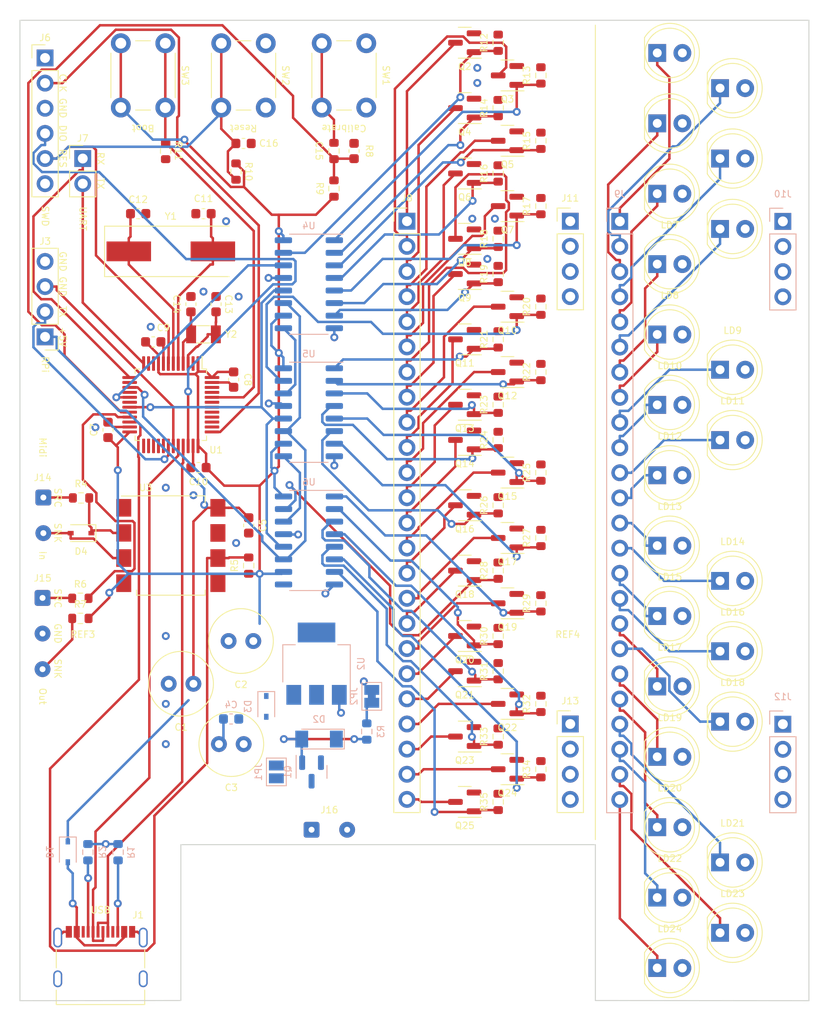
<source format=kicad_pcb>
(kicad_pcb (version 20211014) (generator pcbnew)
  (layers (0 "F.Cu" signal) (31 "B.Cu" signal) (34 "B.Paste" user) (35 "F.Paste" user) (36 "B.SilkS" user "B.Silkscreen") (37 "F.SilkS" user "F.Silkscreen") (38 "B.Mask" user) (39 "F.Mask" user) (44 "Edge.Cuts" user))
  (net 0 "")
  (net 1 "+5V")
  (net 2 "GND")
  (net 3 "+3V3")
  (net 4 "+5VP")
  (net 5 "RCC_OSC_IN")
  (net 6 "RCC_OSC_OUT")
  (net 7 "USB_OSC_IN")
  (net 8 "USB_OSC_OUT")
  (net 9 "BTN_CAL")
  (net 10 "RESET")
  (net 11 "Net-(D4-Pad1)")
  (net 12 "Net-(J1-PadA5)")
  (net 13 "USB_D+")
  (net 14 "USB_D-")
  (net 15 "Net-(J1-PadB5)")
  (net 16 "RASPI_TX")
  (net 17 "RASPI_RX")
  (net 19 "SWCLK")
  (net 20 "SWDIO")
  (net 22 "DEBUG_RX")
  (net 23 "DEBUG_TX")
  (net 24 "/Diode Array/DO0")
  (net 25 "/Diode Array/DO1")
  (net 26 "/Diode Array/DO2")
  (net 27 "/Diode Array/DO3")
  (net 28 "/Diode Array/DO4")
  (net 29 "/Diode Array/DO5")
  (net 30 "/Diode Array/DO6")
  (net 31 "/Diode Array/DO7")
  (net 32 "/Diode Array/DO8")
  (net 33 "/Diode Array/DO9")
  (net 34 "/Diode Array/DO10")
  (net 35 "/Diode Array/DO11")
  (net 36 "/Diode Array/DO12")
  (net 37 "/Diode Array/DO13")
  (net 38 "/Diode Array/DO14")
  (net 39 "/Diode Array/DO15")
  (net 40 "/Diode Array/DO16")
  (net 41 "/Diode Array/DO17")
  (net 42 "/Diode Array/DO18")
  (net 43 "/Diode Array/DO19")
  (net 44 "/Diode Array/DO20")
  (net 45 "/Diode Array/DO21")
  (net 46 "/Diode Array/DO22")
  (net 47 "/Diode Array/DO23")
  (net 48 "Net-(J9-Pad1)")
  (net 49 "Net-(J9-Pad2)")
  (net 50 "Net-(J9-Pad3)")
  (net 51 "Net-(J9-Pad4)")
  (net 52 "Net-(J9-Pad5)")
  (net 53 "Net-(J9-Pad6)")
  (net 54 "Net-(J9-Pad7)")
  (net 55 "Net-(J9-Pad8)")
  (net 56 "Net-(J9-Pad9)")
  (net 57 "Net-(J9-Pad10)")
  (net 58 "Net-(J9-Pad11)")
  (net 59 "Net-(J9-Pad12)")
  (net 60 "Net-(J9-Pad13)")
  (net 61 "Net-(J9-Pad14)")
  (net 62 "Net-(J9-Pad15)")
  (net 63 "Net-(J9-Pad16)")
  (net 64 "Net-(J9-Pad17)")
  (net 65 "Net-(J9-Pad18)")
  (net 66 "Net-(J9-Pad19)")
  (net 67 "Net-(J9-Pad20)")
  (net 68 "Net-(J9-Pad21)")
  (net 69 "Net-(J9-Pad22)")
  (net 70 "Net-(J9-Pad23)")
  (net 71 "Net-(J9-Pad24)")
  (net 72 "/DAR_DI0")
  (net 73 "/DAR_DI1")
  (net 74 "/DAR_DI2")
  (net 75 "/DAR_DI3")
  (net 76 "/DAR_DI4")
  (net 77 "/DAR_DI5")
  (net 78 "/DAR_DI6")
  (net 79 "/DAR_DI7")
  (net 80 "/DAR_DI8")
  (net 81 "/DAR_DI9")
  (net 82 "/DAR_DI10")
  (net 83 "/DAR_DI11")
  (net 84 "/DAR_DI12")
  (net 85 "/DAR_DI13")
  (net 86 "/DAR_DI14")
  (net 87 "/DAR_DI15")
  (net 88 "/DAR_DI16")
  (net 89 "/DAR_DI17")
  (net 90 "/DAR_DI18")
  (net 91 "/DAR_DI19")
  (net 92 "/DAR_DI20")
  (net 93 "/DAR_DI21")
  (net 94 "/DAR_DI22")
  (net 95 "/DAR_DI23")
  (net 96 "MIDI_RX")
  (net 97 "MIDI_TX")
  (net 98 "Net-(R8-Pad1)")
  (net 99 "BOOT0")
  (net 104 "SR_CLK")
  (net 106 "SR_DS0")
  (net 108 "SR_LATCH")
  (net 124 "Net-(U4-Pad9)")
  (net 125 "Net-(U5-Pad9)")
  (net 128 "/MIDI_IN_SNK")
  (net 129 "/MIDI_IN_SRC")
  (net 130 "/MIDI_OUT_SRC")
  (net 131 "/MIDI_OUT_SNK")
  (net 132 "Net-(D2-Pad2)")
  (net 133 "/VIN")
  (net 134 "Net-(R3-Pad2)")
  (net 137 "/Diode Array/DAR_PWR")
  (net 138 "/USB_PWR")
  (footprint "Package_TO_SOT_SMD:SOT-23" (layer "F.Cu") (at 158.5105 110.9813 180)
    (fp_text reference "Q19")
    (fp_text value "2N7002")
  )
  (footprint "LED_THT:LED_D5.0mm" (layer "F.Cu") (at 180.0075 58.928)
    (fp_text reference "LD2" hide)
    (fp_text value "Laser_Diode" hide)
  )
  (footprint "LED_THT:LED_D5.0mm" (layer "F.Cu") (at 173.6575 83.82)
    (fp_text reference "LD8")
    (fp_text value "Laser_Diode")
  )
  (footprint "Package_TO_SOT_SMD:SOT-23" (layer "F.Cu") (at 154.1925 124.4433 180)
    (fp_text reference "Q23")
    (fp_text value "2N7002")
  )
  (footprint "Connector_PinHeader_2.54mm:PinHeader_1x06_P2.54mm_Vertical" (layer "F.Cu") (at 111.76 55.88)
    (fp_text reference "J6")
    (fp_text value "SWD")
  )
  (footprint "Package_TO_SOT_SMD:SOT-23" (layer "F.Cu") (at 154.1925 60.9433 180)
    (fp_text reference "Q4")
    (fp_text value "2N7002")
  )
  (footprint "Capacitor_SMD:C_0603_1608Metric" (layer "F.Cu") (at 127.2685 97.2653 180)
    (fp_text reference "C10")
    (fp_text value "100n")
  )
  (footprint "LED_THT:LED_D5.0mm" (layer "F.Cu") (at 173.6575 126.492)
    (fp_text reference "LD19")
    (fp_text value "Laser_Diode")
  )
  (footprint "Package_TO_SOT_SMD:SOT-23" (layer "F.Cu") (at 158.5105 70.8493 180)
    (fp_text reference "Q7")
    (fp_text value "2N7002")
  )
  (footprint "LED_THT:LED_D5.0mm" (layer "F.Cu") (at 173.6575 133.604)
    (fp_text reference "LD20")
    (fp_text value "Laser_Diode")
  )
  (footprint "LED_THT:LED_D5.0mm" (layer "F.Cu") (at 180.0075 87.376)
    (fp_text reference "LD9")
    (fp_text value "Laser_Diode")
  )
  (footprint "Resistor_SMD:R_0603_1608Metric" (layer "F.Cu") (at 157.573 114.2833 90)
    (fp_text reference "R30")
    (fp_text value "10k")
  )
  (footprint "Package_TO_SOT_SMD:SOT-23" (layer "F.Cu") (at 154.1925 94.4713 180)
    (fp_text reference "Q14")
    (fp_text value "2N7002")
  )
  (footprint "Resistor_SMD:R_0603_1608Metric" (layer "F.Cu") (at 140.97 69.0713 90)
    (fp_text reference "R9")
    (fp_text value "10k")
  )
  (footprint "Package_TO_SOT_SMD:SOT-23" (layer "F.Cu") (at 158.5105 87.6133 180)
    (fp_text reference "Q12")
    (fp_text value "2N7002")
  )
  (footprint "Package_TO_SOT_SMD:SOT-23" (layer "F.Cu") (at 158.5105 127.7453 180)
    (fp_text reference "Q24")
    (fp_text value "2N7002")
  )
  (footprint "Resistor_SMD:R_0603_1608Metric" (layer "F.Cu") (at 157.573 117.8393 90)
    (fp_text reference "R31")
    (fp_text value "10k")
  )
  (footprint "Package_QFP:LQFP-48_7x7mm_P0.5mm" (layer "F.Cu") (at 124.4745 90.9153 -90)
    (fp_text reference "U1")
    (fp_text value "STM32F103C8T6")
  )
  (footprint "Connector_PinHeader_2.54mm:PinHeader_1x04_P2.54mm_Vertical" (layer "F.Cu") (at 164.8605 72.3733)
    (fp_text reference "J11")
    (fp_text value "BRD_AN1")
  )
  (footprint "Resistor_SMD:R_0603_1608Metric" (layer "F.Cu") (at 161.891 64.2453 90)
    (fp_text reference "R15")
    (fp_text value "10k")
  )
  (footprint "Resistor_SMD:R_0603_1608Metric" (layer "F.Cu") (at 157.573 77.7073 90)
    (fp_text reference "R19")
    (fp_text value "10k")
  )
  (footprint "Resistor_SMD:R_0603_1608Metric" (layer "F.Cu") (at 161.891 127.7452 90)
    (fp_text reference "R34")
    (fp_text value "10k")
  )
  (footprint "LED_THT:LED_D5.0mm" (layer "F.Cu") (at 180.0075 108.712)
    (fp_text reference "LD14")
    (fp_text value "Laser_Diode")
  )
  (footprint "LED_THT:LED_D5.0mm" (layer "F.Cu") (at 180.0075 94.488)
    (fp_text reference "LD11")
    (fp_text value "Laser_Diode")
  )
  (footprint "Package_TO_SOT_SMD:SOT-23" (layer "F.Cu") (at 158.5105 104.3773 180)
    (fp_text reference "Q17")
    (fp_text value "2N7002")
  )
  (footprint "LED_THT:LED_D5.0mm" (layer "F.Cu") (at 180.0075 144.272)
    (fp_text reference "LD23")
    (fp_text value "Laser_Diode")
  )
  (footprint "Resistor_SMD:R_0603_1608Metric" (layer "F.Cu") (at 157.573 84.3113 90)
    (fp_text reference "R21")
    (fp_text value "10k")
  )
  (footprint "LED_THT:LED_D5.0mm" (layer "F.Cu") (at 180.0075 73.152)
    (fp_text reference "LD6" hide)
    (fp_text value "Laser_Diode" hide)
  )
  (footprint "Package_TO_SOT_SMD:SOT-23" (layer "F.Cu") (at 154.1925 114.2833 180)
    (fp_text reference "Q20")
    (fp_text value "2N7002")
  )
  (footprint "Connector_PinHeader_2.54mm:PinHeader_1x04_P2.54mm_Vertical" (layer "F.Cu") (at 164.8605 123.1733)
    (fp_text reference "J13")
    (fp_text value "BRD_AN2")
  )
  (footprint "LED_THT:LED_D5.0mm" (layer "F.Cu") (at 180.0075 115.824)
    (fp_text reference "LD16")
    (fp_text value "Laser_Diode")
  )
  (footprint "MountingHole:MountingHole_2.2mm_M2" (layer "F.Cu") (at 115.5845 117.3313)
    (fp_text reference "REF3")
    (fp_text value "MountingHole_2.2mm_M2")
  )
  (footprint "LED_THT:LED_D5.0mm" (layer "F.Cu") (at 173.6575 119.38)
    (fp_text reference "LD17")
    (fp_text value "Laser_Diode")
  )
  (footprint "Resistor_SMD:R_0603_1608Metric" (layer "F.Cu") (at 157.573 74.1513 90)
    (fp_text reference "R18")
    (fp_text value "10k")
  )
  (footprint "Capacitor_SMD:C_0603_1608Metric" (layer "F.Cu") (at 121.1725 71.6113)
    (fp_text reference "C12")
    (fp_text value "10p")
  )
  (footprint "Resistor_SMD:R_0603_1608Metric" (layer "F.Cu") (at 157.573 67.5473 90)
    (fp_text reference "R16")
    (fp_text value "10k")
  )
  (footprint "Package_TO_SOT_SMD:SOT-23" (layer "F.Cu") (at 154.1925 90.9153 180)
    (fp_text reference "Q13")
    (fp_text value "2N7002")
  )
  (footprint "Connector_USB:USB_C_Receptacle_Palconn_UTC16-G" (layer "F.Cu") (at 117.3625 146.6823)
    (fp_text reference "J1")
    (fp_text value "USB_C_Receptacle_USB2.0")
  )
  (footprint "Capacitor_SMD:C_0603_1608Metric" (layer "F.Cu") (at 122.6965 84.5653)
    (fp_text reference "C9")
    (fp_text value "100n")
  )
  (footprint "Capacitor_SMD:C_0603_1608Metric" (layer "F.Cu") (at 126.5065 80.7553 90)
    (fp_text reference "C14")
    (fp_text value "10p")
  )
  (footprint "Resistor_SMD:R_0603_1608Metric" (layer "F.Cu") (at 157.573 54.3393 90)
    (fp_text reference "R12")
    (fp_text value "10k")
  )
  (footprint "Package_TO_SOT_SMD:SOT-23" (layer "F.Cu") (at 154.1925 84.3113 180)
    (fp_text reference "Q11")
    (fp_text value "2N7002")
  )
  (footprint "LED_THT:LED_D5.0mm" (layer "F.Cu") (at 173.6575 98.044)
    (fp_text reference "LD12")
    (fp_text value "Laser_Diode")
  )
  (footprint "Package_TO_SOT_SMD:SOT-23" (layer "F.Cu") (at 154.1925 101.0753 180)
    (fp_text reference "Q16")
    (fp_text value "2N7002")
  )
  (footprint "LED_THT:LED_D5.0mm" (layer "F.Cu") (at 173.6575 147.828)
    (fp_text reference "LD24")
    (fp_text value "Laser_Diode")
  )
  (footprint "Package_TO_SOT_SMD:SOT-23" (layer "F.Cu") (at 154.1925 117.8393 180)
    (fp_text reference "Q21")
    (fp_text value "2N7002")
  )
  (footprint "Package_TO_SOT_SMD:SOT-23" (layer "F.Cu") (at 154.1925 54.3393 180)
    (fp_text reference "Q2")
    (fp_text value "2N7002")
  )
  (footprint "Button_Switch_THT:SW_PUSH_6mm" (layer "F.Cu") (at 123.916 54.3913 -90)
    (fp_text reference "SW3")
    (fp_text value "Boot" hide)
  )
  (footprint "Button_Switch_THT:SW_PUSH_6mm" (layer "F.Cu") (at 144.236 54.3913 -90)
    (fp_text reference "SW1")
    (fp_text value "Cal" hide)
  )
  (footprint "Capacitor_SMD:C_0603_1608Metric" (layer "F.Cu") (at 118.1245 93.4553 90)
    (fp_text reference "C7")
    (fp_text value "100n")
  )
  (footprint "Resistor_SMD:R_0603_1608Metric" (layer "F.Cu") (at 161.891 70.8493 90)
    (fp_text reference "R17")
    (fp_text value "10k")
  )
  (footprint "Resistor_SMD:R_0603_1608Metric" (layer "F.Cu") (at 161.891 87.6133 90)
    (fp_text reference "R22")
    (fp_text value "10k")
  )
  (footprint "Capacitor_THT:C_Radial_D6.3mm_H5.0mm_P2.50mm" (layer "F.Cu") (at 131.8405 125.2053 180)
    (fp_text reference "C3")
    (fp_text value "10u")
  )
  (footprint "Resistor_SMD:R_0603_1608Metric" (layer "F.Cu") (at 157.573 131.0472 90)
    (fp_text reference "R35")
    (fp_text value "10k")
  )
  (footprint "Capacitor_SMD:C_0603_1608Metric" (layer "F.Cu") (at 129.0465 80.7553 90)
    (fp_text reference "C13")
    (fp_text value "10p")
  )
  (footprint "Capacitor_THT:C_Radial_D6.3mm_H5.0mm_P2.50mm" (layer "F.Cu") (at 132.8165 114.7913 180)
    (fp_text reference "C2")
    (fp_text value "22u")
  )
  (footprint "MountingHole:MountingHole_2.2mm_M2" (layer "F.Cu") (at 115.5845 60.9433)
    (fp_text reference "REF2" hide)
    (fp_text value "MountingHole_2.2mm_M2" hide)
  )
  (footprint "Capacitor_SMD:C_0603_1608Metric" (layer "F.Cu") (at 131.826 64.516)
    (fp_text reference "C16")
    (fp_text value "100n")
  )
  (footprint "LED_THT:LED_D5.0mm" (layer "F.Cu") (at 173.6575 62.484)
    (fp_text reference "LD3" hide)
    (fp_text value "Laser_Diode" hide)
  )
  (footprint "Capacitor_THT:C_Radial_D6.3mm_H5.0mm_P2.50mm" (layer "F.Cu") (at 126.7605 119.1093 180)
    (fp_text reference "C1")
    (fp_text value "22u")
  )
  (footprint "Package_TO_SOT_SMD:SOT-23" (layer "F.Cu") (at 158.5105 97.7733 180)
    (fp_text reference "Q15")
    (fp_text value "2N7002")
  )
  (footprint "Resistor_SMD:R_0603_1608Metric" (layer "F.Cu") (at 157.573 60.9433 90)
    (fp_text reference "R14")
    (fp_text value "10k")
  )
  (footprint "Package_TO_SOT_SMD:SOT-23" (layer "F.Cu") (at 158.5105 57.6413 180)
    (fp_text reference "Q3")
    (fp_text value "2N7002")
  )
  (footprint "Resistor_SMD:R_0603_1608Metric" (layer "F.Cu") (at 115.3305 112.5053)
    (fp_text reference "R7")
    (fp_text value "47")
  )
  (footprint "Connector_PinHeader_2.54mm:PinHeader_1x24_P2.54mm_Vertical" (layer "F.Cu") (at 148.3505 72.3733)
    (fp_text reference "J8")
    (fp_text value "BRD_CAT")
  )
  (footprint "Package_TO_SOT_SMD:SOT-23" (layer "F.Cu") (at 158.5105 81.0093 180)
    (fp_text reference "Q10")
    (fp_text value "2N7002")
  )
  (footprint "MountingHole:MountingHole_2.2mm_M2" (layer "F.Cu") (at 164.6065 60.9433)
    (fp_text reference "REF1" hide)
    (fp_text value "MountingHole_2.2mm_M2" hide)
  )
  (footprint "Resistor_SMD:R_0603_1608Metric" (layer "F.Cu") (at 161.891 81.0093 90)
    (fp_text reference "R20")
    (fp_text value "10k")
  )
  (footprint "Resistor_SMD:R_0603_1608Metric" (layer "F.Cu") (at 161.891 104.3773 90)
    (fp_text reference "R27")
    (fp_text value "10k")
  )
  (footprint "Package_TO_SOT_SMD:SOT-23" (layer "F.Cu") (at 154.1925 131.0473 180)
    (fp_text reference "Q25")
    (fp_text value "2N7002")
  )
  (footprint "MountingHole:MountingHole_2.2mm_M2" (layer "F.Cu") (at 164.6065 117.3313)
    (fp_text reference "REF4")
    (fp_text value "MountingHole_2.2mm_M2")
  )
  (footprint "Capacitor_SMD:C_0603_1608Metric" (layer "F.Cu") (at 130.8245 88.3753 -90)
    (fp_text reference "C8")
    (fp_text value "100n")
  )
  (footprint "Resistor_SMD:R_0603_1608Metric" (layer "F.Cu") (at 157.573 90.9153 90)
    (fp_text reference "R23")
    (fp_text value "10k")
  )
  (footprint "Crystal:Crystal_SMD_HC49-SD" (layer "F.Cu") (at 124.4745 75.4213)
    (fp_text reference "Y1")
    (fp_text value "8 MHz")
  )
  (footprint "Connector_PinHeader_2.54mm:PinHeader_1x02_P2.54mm_Vertical" (layer "F.Cu") (at 115.57 66.04)
    (fp_text reference "J7")
    (fp_text value "UART")
  )
  (footprint "LED_THT:LED_D5.0mm" (layer "F.Cu") (at 173.6575 76.708)
    (fp_text reference "LD7")
    (fp_text value "Laser_Diode")
  )
  (footprint "Capacitor_SMD:C_0603_1608Metric" (layer "F.Cu") (at 127.7765 71.6113 180)
    (fp_text reference "C11")
    (fp_text value "10p")
  )
  (footprint "LED_THT:LED_D5.0mm" (layer "F.Cu") (at 180.0075 122.936)
    (fp_text reference "LD18")
    (fp_text value "Laser_Diode")
  )
  (footprint "Diode_SMD:D_SOD-323" (layer "F.Cu") (at 115.3965 103.8893 180)
    (fp_text reference "D4")
    (fp_text value "1N4148WS")
  )
  (footprint "Resistor_SMD:R_0603_1608Metric" (layer "F.Cu") (at 131.064 67.3563 -90)
    (fp_text reference "R10")
    (fp_text value "100k")
  )
  (footprint "Resistor_SMD:R_0603_1608Metric" (layer "F.Cu") (at 115.3305 110.4733)
    (fp_text reference "R6")
    (fp_text value "47")
  )
  (footprint "Package_SO:SSO-8_6.7x9.8mm_P2.54mm_Clearance8mm" (layer "F.Cu") (at 124.4745 105.1393)
    (fp_text reference "U3")
    (fp_text value "6N137")
  )
  (footprint "Resistor_SMD:R_0603_1608Metric" (layer "F.Cu") (at 157.573 124.4432 90)
    (fp_text reference "R33")
    (fp_text value "10k")
  )
  (footprint "LED_THT:LED_D5.0mm" (layer "F.Cu") (at 173.6575 90.932)
    (fp_text reference "LD10")
    (fp_text value "Laser_Diode")
  )
  (footprint "Resistor_SMD:R_0603_1608Metric" (layer "F.Cu") (at 115.3965 100.3333)
    (fp_text reference "R4")
    (fp_text value "220")
  )
  (footprint "Resistor_SMD:R_0603_1608Metric" (layer "F.Cu") (at 132.3485 107.1713 90)
    (fp_text reference "R5")
    (fp_text value "470")
  )
  (footprint "Package_TO_SOT_SMD:SOT-23" (layer "F.Cu") (at 154.1925 77.7073 180)
    (fp_text reference "Q9")
    (fp_text value "2N7002")
  )
  (footprint "Connector_Wire:SolderWire-0.1sqmm_1x02_P3.6mm_D0.4mm_OD1mm" (layer "F.Cu") (at 138.704 133.858)
    (fp_text reference "J16")
    (fp_text value "Power")
  )
  (footprint "LED_THT:LED_D5.0mm" (layer "F.Cu") (at 173.6575 69.596)
    (fp_text reference "LD5" hide)
    (fp_text value "Laser_Diode" hide)
  )
  (footprint "Resistor_SMD:R_0603_1608Metric" (layer "F.Cu") (at 157.573 101.0753 90)
    (fp_text reference "R26")
    (fp_text value "10k")
  )
  (footprint "Resistor_SMD:R_0603_1608Metric" (layer "F.Cu") (at 161.891 121.1412 90)
    (fp_text reference "R32")
    (fp_text value "10k")
  )
  (footprint "Crystal:Crystal_SMD_3215-2Pin_3.2x1.5mm" (layer "F.Cu") (at 127.7765 83.8033 180)
    (fp_text reference "Y2")
    (fp_text value "32.768 KHz")
  )
  (footprint "Connector_Wire:SolderWire-0.1sqmm_1x02_P3.6mm_D0.4mm_OD1mm" (layer "F.Cu") (at 111.5865 100.2893 -90)
    (fp_text reference "J14")
    (fp_text value "Midi_In")
  )
  (footprint "Button_Switch_THT:SW_PUSH_6mm" (layer "F.Cu") (at 134.076 54.3913 -90)
    (fp_text reference "SW2")
    (fp_text value "Reset" hide)
  )
  (footprint "Capacitor_SMD:C_0603_1608Metric" (layer "F.Cu") (at 132.3485 103.1073 -90)
    (fp_text reference "C5")
    (fp_text value "100n")
  )
  (footprint "LED_THT:LED_D5.0mm" (layer "F.Cu") (at 173.6575 112.268)
    (fp_text reference "LD15")
    (fp_text value "Laser_Diode")
  )
  (footprint "Capacitor_SMD:C_0603_1608Metric" (layer "F.Cu") (at 143.002 65.278 90)
    (fp_text reference "C15")
    (fp_text value "100n")
  )
  (footprint "Resistor_SMD:R_0603_1608Metric" (layer "F.Cu") (at 140.97 65.278 -90)
    (fp_text reference "R8")
    (fp_text value "1k")
  )
  (footprint "LED_THT:LED_D5.0mm" (layer "F.Cu") (at 173.6575 140.716)
    (fp_text reference "LD22")
    (fp_text value "Laser_Diode")
  )
  (footprint "Resistor_SMD:R_0603_1608Metric" (layer "F.Cu") (at 161.891 97.7733 90)
    (fp_text reference "R25")
    (fp_text value "10k")
  )
  (footprint "Resistor_SMD:R_0603_1608Metric" (layer "F.Cu") (at 157.573 107.6793 90)
    (fp_text reference "R28")
    (fp_text value "10k")
  )
  (footprint "Resistor_SMD:R_0603_1608Metric" (layer "F.Cu") (at 161.891 110.9813 90)
    (fp_text reference "R29")
    (fp_text value "10k")
  )
  (footprint "LED_THT:LED_D5.0mm" (layer "F.Cu") (at 173.6575 105.156)
    (fp_text reference "LD13")
    (fp_text value "Laser_Diode")
  )
  (footprint "Package_TO_SOT_SMD:SOT-23" (layer "F.Cu") (at 158.5105 121.1413 180)
    (fp_text reference "Q22")
    (fp_text value "2N7002")
  )
  (footprint "LED_THT:LED_D5.0mm" (layer "F.Cu") (at 173.6575 55.372)
    (fp_text reference "LD1" hide)
    (fp_text value "Laser_Diode" hide)
  )
  (footprint "Package_TO_SOT_SMD:SOT-23" (layer "F.Cu") (at 154.1925 67.5473 180)
    (fp_text reference "Q6")
    (fp_text value "2N7002")
  )
  (footprint "Package_TO_SOT_SMD:SOT-23" (layer "F.Cu") (at 158.5105 64.2453 180)
    (fp_text reference "Q5")
    (fp_text value "2N7002")
  )
  (footprint "Connector_Wire:SolderWire-0.1sqmm_1x03_P3.6mm_D0.4mm_OD1mm" (layer "F.Cu") (at 111.5038 110.4348 -90)
    (fp_text reference "J15")
    (fp_text value "Midi_Out")
  )
  (footprint "LED_THT:LED_D5.0mm" (layer "F.Cu") (at 180.0075 66.04)
    (fp_text reference "LD4" hide)
    (fp_text value "Laser_Diode" hide)
  )
  (footprint "Resistor_SMD:R_0603_1608Metric" (layer "F.Cu") (at 157.573 94.4713 90)
    (fp_text reference "R24")
    (fp_text value "10k")
  )
  (footprint "Resistor_SMD:R_0603_1608Metric" (layer "F.Cu") (at 123.952 65.278 -90)
    (fp_text reference "R11")
    (fp_text value "100k")
  )
  (footprint "Resistor_SMD:R_0603_1608Metric" (layer "F.Cu") (at 161.891 57.6413 90)
    (fp_text reference "R13")
    (fp_text value "10k")
  )
  (footprint "Package_TO_SOT_SMD:SOT-23" (layer "F.Cu") (at 154.1925 74.1513 180)
    (fp_text reference "Q8")
    (fp_text value "2N7002")
  )
  (footprint "Connector_PinHeader_2.54mm:PinHeader_1x04_P2.54mm_Vertical" (layer "F.Cu") (at 111.76 84.0573 180)
    (fp_text reference "J3")
    (fp_text value "Raspi")
  )
  (footprint "Package_TO_SOT_SMD:SOT-23" (layer "F.Cu") (at 154.1925 107.6793 180)
    (fp_text reference "Q18")
    (fp_text value "2N7002")
  )
  (footprint "LED_THT:LED_D5.0mm" (layer "F.Cu") (at 180.0075 137.16)
    (fp_text reference "LD21")
    (fp_text value "Laser_Diode")
  )
  (footprint "Connector_PinSocket_2.54mm:PinSocket_1x04_P2.54mm_Vertical" (layer "B.Cu") (at 186.3575 123.19 180)
    (fp_text reference "J12")
    (fp_text value "DAR_AN2")
  )
  (footprint "Resistor_SMD:R_0603_1608Metric" (layer "B.Cu") (at 144.2865 123.935258 90)
    (fp_text reference "R3")
    (fp_text value "100k")
  )
  (footprint "Resistor_SMD:R_0603_1608Metric" (layer "B.Cu") (at 116.0925 136.1273 90)
    (fp_text reference "R2")
    (fp_text value "5.1k")
  )
  (footprint "Diode_SMD:D_SOD-323" (layer "B.Cu") (at 134.1265 121.3953 -90)
    (fp_text reference "D3")
    (fp_text value "1N5819")
  )
  (footprint "Jumper:SolderJumper-2_P1.3mm_Open_Pad1.0x1.5mm" (layer "B.Cu") (at 135.1425 128.016 -90)
    (fp_text reference "JP1")
    (fp_text value "Bridge")
  )
  (footprint "Package_SO:SO-16_3.9x9.9mm_P1.27mm" (layer "B.Cu") (at 138.43 78.74 180)
    (fp_text reference "U4")
    (fp_text value "74HC595")
  )
  (footprint "Package_SO:SO-16_3.9x9.9mm_P1.27mm" (layer "B.Cu") (at 138.4445 104.6313 180)
    (fp_text reference "U6")
    (fp_text value "74HC595")
  )
  (footprint "Connector_PinSocket_2.54mm:PinSocket_1x04_P2.54mm_Vertical" (layer "B.Cu") (at 186.3575 72.39 180)
    (fp_text reference "J10")
    (fp_text value "DAR_AN1")
  )
  (footprint "Resistor_SMD:R_0603_1608Metric" (layer "B.Cu") (at 119.1405 136.1273 90)
    (fp_text reference "R1")
    (fp_text value "5.1k")
  )
  (footprint "Package_SO:SO-16_3.9x9.9mm_P1.27mm" (layer "B.Cu") (at 138.43 91.6773 180)
    (fp_text reference "U5")
    (fp_text value "74HC595")
  )
  (footprint "Diode_SMD:D_MiniMELF" (layer "B.Cu") (at 139.4605 124.6973 180)
    (fp_text reference "D2")
    (fp_text value "ZMM5V6")
  )
  (footprint "Diode_SMD:D_SOD-323" (layer "B.Cu") (at 114.0605 136.0933 -90)
    (fp_text reference "D1")
    (fp_text value "1N5819")
  )
  (footprint "Jumper:SolderJumper-2_P1.3mm_Bridged_Pad1.0x1.5mm" (layer "B.Cu") (at 144.7945 120.379258 -90)
    (fp_text reference "JP2")
    (fp_text value "Bridge")
  )
  (footprint "Package_TO_SOT_SMD:SOT-23" (layer "B.Cu") (at 138.704 128.016 -90)
    (fp_text reference "Q1")
    (fp_text value "AO3401A")
  )
  (footprint "Connector_PinSocket_2.54mm:PinSocket_1x24_P2.54mm_Vertical" (layer "B.Cu") (at 169.8725 72.39 180)
    (fp_text reference "J9")
    (fp_text value "DAR_CAT")
  )
  (footprint "Capacitor_SMD:C_0603_1608Metric" (layer "B.Cu") (at 130.5705 122.6653 180)
    (fp_text reference "C4")
    (fp_text value "100n")
  )
  (footprint "Package_TO_SOT_SMD:SOT-223-3_TabPin2" (layer "B.Cu") (at 139.2065 117.0773 90)
    (fp_text reference "U2")
    (fp_text value "AMS1117-3.3")
  )
  (gr_line (start 167.4005 134.857258) (end 167.4005 52.561258) (layer "F.SilkS") (width 0.1))
  (gr_line (start 125.4905 135.365258) (end 167.4005 135.365258) (layer "Edge.Cuts") (width 0.1))
  (gr_line (start 125.4905 151.113258) (end 109.22 151.13) (layer "Edge.Cuts") (width 0.1))
  (gr_line (start 188.9905 52.07) (end 109.22 52.07) (layer "Edge.Cuts") (width 0.1))
  (gr_line (start 125.4905 151.113258) (end 125.4905 135.365258) (layer "Edge.Cuts") (width 0.1))
  (gr_line (start 188.9905 52.07) (end 188.9905 151.13) (layer "Edge.Cuts") (width 0.1))
  (gr_line (start 167.4005 135.365258) (end 167.4005 151.113258) (layer "Edge.Cuts") (width 0.1))
  (gr_line (start 109.22 52.07) (end 109.22 151.13) (layer "Edge.Cuts") (width 0.1))
  (gr_line (start 167.4005 151.113258) (end 188.9905 151.13) (layer "Edge.Cuts") (width 0.1))
  (gr_text "CLK" (at 113.5525 58.403258 270) (layer "F.SilkS") (effects (font (size 0.67 0.67) (thickness 0.1))))
  (gr_text "SRC" (at 113.0445 110.473258 270) (layer "F.SilkS") (effects (font (size 0.67 0.67) (thickness 0.1))))
  (gr_text "TX" (at 117.3625 68.563258 270) (layer "F.SilkS") (effects (font (size 0.67 0.67) (thickness 0.1))))
  (gr_text "RX" (at 117.3625 66.04 270) (layer "F.SilkS") (effects (font (size 0.67 0.67) (thickness 0.1))))
  (gr_text "Calibrate" (at 141.986 62.975258 180) (layer "F.SilkS") (effects (font (size 0.67 0.67) (thickness 0.1))))
  (gr_text "SWD" (at 111.7745 71.865258 270) (layer "F.SilkS") (effects (font (size 0.67 0.67) (thickness 0.1))))
  (gr_text "SRC" (at 113.0445 100.313258 270) (layer "F.SilkS") (effects (font (size 0.67 0.67) (thickness 0.1))))
  (gr_text "Midi" (at 111.5205 95.233258 270) (layer "F.SilkS") (effects (font (size 0.67 0.67) (thickness 0.1))))
  (gr_text "GND" (at 113.0445 114.029258 270) (layer "F.SilkS") (effects (font (size 0.67 0.67) (thickness 0.1))))
  (gr_text "SNK" (at 113.0445 117.585258 270) (layer "F.SilkS") (effects (font (size 0.67 0.67) (thickness 0.1))))
  (gr_text "Reset" (at 131.826 62.975258 180) (layer "F.SilkS") (effects (font (size 0.67 0.67) (thickness 0.1))))
  (gr_text "RPi" (at 111.7745 86.851258 270) (layer "F.SilkS") (effects (font (size 0.67 0.67) (thickness 0.1))))
  (gr_text "GND" (at 113.5525 78.977258 270) (layer "F.SilkS") (effects (font (size 0.67 0.67) (thickness 0.1))))
  (gr_text "UART" (at 115.5845 72.119258 270) (layer "F.SilkS") (effects (font (size 0.67 0.67) (thickness 0.1))))
  (gr_text "Out" (at 111.5205 120.379258 270) (layer "F.SilkS") (effects (font (size 0.67 0.67) (thickness 0.1))))
  (gr_text "GND" (at 113.5525 60.943258 270) (layer "F.SilkS") (effects (font (size 0.67 0.67) (thickness 0.1))))
  (gr_text "DIO" (at 113.5525 63.483258 270) (layer "F.SilkS") (effects (font (size 0.67 0.67) (thickness 0.1))))
  (gr_text "GND" (at 113.5525 76.437258 270) (layer "F.SilkS") (effects (font (size 0.67 0.67) (thickness 0.1))))
  (gr_text "USB" (at 117.3625 141.969258) (layer "F.SilkS") (effects (font (size 0.67 0.67) (thickness 0.1))))
  (gr_text "+5V" (at 113.5525 84.057258 270) (layer "F.SilkS") (effects (font (size 0.67 0.67) (thickness 0.1))))
  (gr_text "SNK" (at 113.0445 103.869258 270) (layer "F.SilkS") (effects (font (size 0.67 0.67) (thickness 0.1))))
  (gr_text "TX" (at 113.5525 81.517258 270) (layer "F.SilkS") (effects (font (size 0.67 0.67) (thickness 0.1))))
  (gr_text "In" (at 111.5205 106.155258 270) (layer "F.SilkS") (effects (font (size 0.67 0.67) (thickness 0.1))))
  (gr_text "Boot" (at 121.6805 62.975258 180) (layer "F.SilkS") (effects (font (size 0.67 0.67) (thickness 0.1))))
  (gr_text "RES" (at 113.5525 66.023258 270) (layer "F.SilkS") (effects (font (size 0.67 0.67) (thickness 0.1))))
  (segment (start 129.2345 101.3293) (end 128.1492 101.3293) (width 0.25) (layer "F.Cu") (net 1))
  (segment (start 129.2345 101.3293) (end 130.3198 101.3293) (width 0.25) (layer "F.Cu") (net 1))
  (segment (start 126.7605 119.1093) (end 126.7605 102.718) (width 0.25) (layer "F.Cu") (net 1))
  (segment (start 131.3455 101.3293) (end 132.3485 102.3323) (width 0.25) (layer "F.Cu") (net 1))
  (segment (start 127.8486 101.0287) (end 128.1492 101.3293) (width 0.25) (layer "F.Cu") (net 1))
  (segment (start 130.3198 101.3293) (end 131.3455 101.3293) (width 0.25) (layer "F.Cu") (net 1))
  (segment (start 126.7605 102.718) (end 128.1492 101.3293) (width 0.25) (layer "F.Cu") (net 1))
  (via (at 127.8486 101.0287) (size 0.8) (drill 0.4) (layers "F.Cu" "B.Cu") (net 1))
  (segment (start 112.9353 84.0573) (end 112.9353 85.2326) (width 0.25) (layer "B.Cu") (net 1))
  (segment (start 126.266 120.7719) (end 114.0605 132.9774) (width 0.25) (layer "B.Cu") (net 1))
  (segment (start 119.9726 91.5193) (end 127.8486 99.3953) (width 0.25) (layer "B.Cu") (net 1))
  (segment (start 112.9353 85.2326) (end 119.222 91.5193) (width 0.25) (layer "B.Cu") (net 1))
  (segment (start 111.76 84.0573) (end 112.9353 84.0573) (width 0.25) (layer "B.Cu") (net 1))
  (segment (start 119.222 91.5193) (end 119.9726 91.5193) (width 0.25) (layer "B.Cu") (net 1))
  (segment (start 114.0605 132.9774) (end 114.0605 135.0433) (width 0.25) (layer "B.Cu") (net 1))
  (segment (start 127.8486 99.3953) (end 127.8486 101.0287) (width 0.25) (layer "B.Cu") (net 1))
  (segment (start 123.7245 86.7528) (end 123.7245 84.8183) (width 0.25) (layer "F.Cu") (net 2))
  (segment (start 126.7245 95.0778) (end 126.7245 97.0343) (width 0.25) (layer "F.Cu") (net 2))
  (segment (start 121.1025 144.1723) (end 121.6825 144.7523) (width 0.25) (layer "F.Cu") (net 2))
  (segment (start 120.5625 144.1723) (end 121.1025 144.1723) (width 0.25) (layer "F.Cu") (net 2))
  (segment (start 120.312 93.1653) (end 118.6095 93.1653) (width 0.25) (layer "F.Cu") (net 2))
  (segment (start 128.637 88.6653) (end 130.3395 88.6653) (width 0.25) (layer "F.Cu") (net 2))
  (segment (start 114.1625 144.1723) (end 113.6225 144.1723) (width 0.25) (layer "F.Cu") (net 2))
  (segment (start 126.7245 97.0343) (end 126.4935 97.2653) (width 0.25) (layer "F.Cu") (net 2))
  (segment (start 130.3395 88.6653) (end 130.8245 89.1503) (width 0.25) (layer "F.Cu") (net 2))
  (segment (start 118.6095 93.1653) (end 118.1245 92.6803) (width 0.25) (layer "F.Cu") (net 2))
  (segment (start 123.7245 84.8183) (end 123.4715 84.5653) (width 0.25) (layer "F.Cu") (net 2))
  (segment (start 113.6225 144.1723) (end 113.0425 144.7523) (width 0.25) (layer "F.Cu") (net 2))
  (via (at 117.8909 135.3023) (size 0.8) (drill 0.4) (layers "F.Cu" "B.Cu") (net 2))
  (via (at 156.4785 76.183258) (size 0.8) (drill 0.4) (layers "F.Cu" "B.Cu") (net 2))
  (via (at 141.6823 122.0423) (size 0.8) (drill 0.4) (layers "F.Cu" "B.Cu") (net 2))
  (via (at 141.005 84.1064) (size 0.8) (drill 0.4) (layers "F.Cu" "B.Cu") (net 2))
  (via (at 126.7605 100.059258) (size 0.8) (drill 0.4) (layers "F.Cu" "B.Cu") (net 2))
  (via (at 141.005 97.0525) (size 0.8) (drill 0.4) (layers "F.Cu" "B.Cu") (net 2))
  (via (at 157.2405 72.119258) (size 0.8) (drill 0.4) (layers "F.Cu" "B.Cu") (net 2))
  (via (at 130.0625 72.373258) (size 0.8) (drill 0.4) (layers "F.Cu" "B.Cu") (net 2))
  (via (at 137.3457 104.0266) (size 0.8) (drill 0.4) (layers "F.Cu" "B.Cu") (net 2))
  (via (at 131.0785 104.885258) (size 0.8) (drill 0.4) (layers "F.Cu" "B.Cu") (net 2))
  (via (at 154.9545 72.119258) (size 0.8) (drill 0.4) (layers "F.Cu" "B.Cu") (net 2))
  (via (at 123.9665 121.141258) (size 0.8) (drill 0.4) (layers "F.Cu" "B.Cu") (net 2))
  (via (at 123.9665 114.283258) (size 0.8) (drill 0.4) (layers "F.Cu" "B.Cu") (net 2))
  (via (at 123.9665 125.205258) (size 0.8) (drill 0.4) (layers "F.Cu" "B.Cu") (net 2))
  (via (at 123.9665 99.297258) (size 0.8) (drill 0.4) (layers "F.Cu" "B.Cu") (net 2))
  (via (at 140.1039 109.9919) (size 0.8) (drill 0.4) (layers "F.Cu" "B.Cu") (net 2))
  (via (at 143.9943 118.865758) (size 0.8) (drill 0.4) (layers "F.Cu" "B.Cu") (net 2))
  (via (at 134.3536 78.105) (size 0.8) (drill 0.4) (layers "F.Cu" "B.Cu") (net 2))
  (via (at 131.3325 79.993258) (size 0.8) (drill 0.4) (layers "F.Cu" "B.Cu") (net 2))
  (via (at 134.3758 90.7856) (size 0.8) (drill 0.4) (layers "F.Cu" "B.Cu") (net 2))
  (via (at 155.4625 56.879258) (size 0.8) (drill 0.4) (layers "F.Cu" "B.Cu") (net 2))
  (via (at 122.4425 83.041258) (size 0.8) (drill 0.4) (layers "F.Cu" "B.Cu") (net 2))
  (via (at 127.7765 79.485258) (size 0.8) (drill 0.4) (layers "F.Cu" "B.Cu") (net 2))
  (via (at 116.8545 93.201258) (size 0.8) (drill 0.4) (layers "F.Cu" "B.Cu") (net 2))
  (via (at 155.4625 58.403258) (size 0.8) (drill 0.4) (layers "F.Cu" "B.Cu") (net 2))
  (segment (start 141.005 96.1223) (end 141.005 97.0525) (width 0.25) (layer "B.Cu") (net 2))
  (segment (start 116.0925 135.3023) (end 117.8909 135.3023) (width 0.25) (layer "B.Cu") (net 2))
  (segment (start 141.0195 109.0763) (end 140.1039 109.9919) (width 0.25) (layer "B.Cu") (net 2))
  (segment (start 134.3758 90.7856) (end 135.5983 90.7856) (width 0.25) (layer "B.Cu") (net 2))
  (segment (start 137.3457 104.0266) (end 135.8998 104.0266) (width 0.25) (layer "B.Cu") (net 2))
  (segment (start 129.3405 125.2053) (end 129.7955 124.7503) (width 0.25) (layer "B.Cu") (net 2))
  (segment (start 117.8909 135.3023) (end 119.1405 135.3023) (width 0.25) (layer "B.Cu") (net 2))
  (segment (start 141.6823 122.0423) (end 141.5065 121.8665) (width 0.25) (layer "B.Cu") (net 2))
  (segment (start 141.005 83.185) (end 141.005 84.1064) (width 0.25) (layer "B.Cu") (net 2))
  (segment (start 141.5065 121.8665) (end 141.5065 120.2273) (width 0.25) (layer "B.Cu") (net 2))
  (segment (start 135.855 78.105) (end 134.3536 78.105) (width 0.25) (layer "B.Cu") (net 2))
  (segment (start 135.5983 90.7856) (end 135.855 91.0423) (width 0.25) (layer "B.Cu") (net 2))
  (segment (start 129.7955 124.7503) (end 129.7955 122.6653) (width 0.25) (layer "B.Cu") (net 2))
  (segment (start 135.8998 104.0266) (end 135.8695 103.9963) (width 0.25) (layer "B.Cu") (net 2))
  (segment (start 133.4546 107.9963) (end 133.4546 99.096) (width 0.25) (layer "F.Cu") (net 3))
  (segment (start 127.2245 88.0843) (end 126.9655 87.8253) (width 0.25) (layer "F.Cu") (net 3))
  (segment (start 131.064 66.5313) (end 131.8749 67.3422) (width 0.25) (layer "F.Cu") (net 3))
  (segment (start 127.2619 95.0778) (end 127.2245 95.0778) (width 0.25) (layer "F.Cu") (net 3))
  (segment (start 135.3912 97.1594) (end 135.3912 85.685) (width 0.25) (layer "F.Cu") (net 3))
  (segment (start 127.2245 86.7528) (end 127.2245 87.5663) (width 0.25) (layer "F.Cu") (net 3))
  (segment (start 127.2245 87.5663) (end 126.9655 87.8253) (width 0.25) (layer "F.Cu") (net 3))
  (segment (start 119.1146 95.2204) (end 119.1146 97.5317) (width 0.25) (layer "F.Cu") (net 3))
  (segment (start 133.4546 99.096) (end 129.8742 99.096) (width 0.25) (layer "F.Cu") (net 3))
  (segment (start 118.9358 95.0415) (end 119.1146 95.2204) (width 0.25) (layer "F.Cu") (net 3))
  (segment (start 119.416 54.3913) (end 119.416 60.8913) (width 0.25) (layer "F.Cu") (net 3))
  (segment (start 126.9655 87.8253) (end 123.4037 87.8253) (width 0.25) (layer "F.Cu") (net 3))
  (segment (start 131.8749 68.909) (end 134.686 71.7201) (width 0.25) (layer "F.Cu") (net 3))
  (segment (start 135.3912 73.3812) (end 135.3912 71.7201) (width 0.25) (layer "F.Cu") (net 3))
  (segment (start 139.1462 71.7201) (end 140.97 69.8963) (width 0.25) (layer "F.Cu") (net 3))
  (segment (start 125.853 64.2296) (end 125.853 64.1245) (width 0.25) (layer "F.Cu") (net 3))
  (segment (start 118.2532 110.4076) (end 116.1555 112.5053) (width 0.25) (layer "F.Cu") (net 3))
  (segment (start 123.2245 87.6461) (end 123.2245 86.7528) (width 0.25) (layer "F.Cu") (net 3))
  (segment (start 130.5324 68.909) (end 125.853 64.2296) (width 0.25) (layer "F.Cu") (net 3))
  (segment (start 123.4037 87.8253) (end 123.2245 87.6461) (width 0.25) (layer "F.Cu") (net 3))
  (segment (start 123.2245 86.7528) (end 123.2245 85.8683) (width 0.25) (layer "F.Cu") (net 3))
  (segment (start 118.2532 109.9099) (end 118.2532 110.4076) (width 0.25) (layer "F.Cu") (net 3))
  (segment (start 127.2245 87.5663) (end 128.038 87.5663) (width 0.25) (layer "F.Cu") (net 3))
  (segment (start 135.3912 85.685) (end 135.3912 73.3812) (width 0.25) (layer "F.Cu") (net 3))
  (segment (start 133.4546 99.096) (end 134.961 97.5896) (width 0.25) (layer "F.Cu") (net 3))
  (segment (start 131.8749 68.909) (end 130.5324 68.909) (width 0.25) (layer "F.Cu") (net 3))
  (segment (start 129.202 87.6003) (end 130.8245 87.6003) (width 0.25) (layer "F.Cu") (net 3))
  (segment (start 128.038 87.5663) (end 128.637 88.1653) (width 0.25) (layer "F.Cu") (net 3))
  (segment (start 129.8742 99.096) (end 128.0435 97.2653) (width 0.25) (layer "F.Cu") (net 3))
  (segment (start 135.3912 71.7201) (end 139.1462 71.7201) (width 0.25) (layer "F.Cu") (net 3))
  (segment (start 118.9358 95.0415) (end 120.312 93.6653) (width 0.25) (layer "F.Cu") (net 3))
  (segment (start 134.686 71.7201) (end 135.3912 71.7201) (width 0.25) (layer "F.Cu") (net 3))
  (segment (start 127.2245 95.0778) (end 127.2245 88.0843) (width 0.25) (layer "F.Cu") (net 3))
  (segment (start 128.0435 97.2653) (end 128.0435 95.8594) (width 0.25) (layer "F.Cu") (net 3))
  (segment (start 134.961 97.5896) (end 135.3912 97.1594) (width 0.25) (layer "F.Cu") (net 3))
  (segment (start 123.2245 85.8683) (end 121.9215 84.5653) (width 0.25) (layer "F.Cu") (net 3))
  (segment (start 132.3485 107.9963) (end 133.4546 107.9963) (width 0.25) (layer "F.Cu") (net 3))
  (segment (start 128.637 88.1653) (end 129.202 87.6003) (width 0.25) (layer "F.Cu") (net 3))
  (segment (start 118.1245 94.2303) (end 118.9358 95.0415) (width 0.25) (layer "F.Cu") (net 3))
  (segment (start 131.8749 67.3422) (end 131.8749 68.909) (width 0.25) (layer "F.Cu") (net 3))
  (segment (start 128.0435 95.8594) (end 127.2619 95.0778) (width 0.25) (layer "F.Cu") (net 3))
  (via (at 134.961 97.5896) (size 0.8) (drill 0.4) (layers "F.Cu" "B.Cu") (net 3))
  (via (at 125.853 64.1245) (size 0.8) (drill 0.4) (layers "F.Cu" "B.Cu") (net 3))
  (via (at 133.4546 107.9963) (size 0.8) (drill 0.4) (layers "F.Cu" "B.Cu") (net 3))
  (via (at 118.2532 109.9099) (size 0.8) (drill 0.4) (layers "F.Cu" "B.Cu") (net 3))
  (via (at 119.1146 97.5317) (size 0.8) (drill 0.4) (layers "F.Cu" "B.Cu") (net 3))
  (via (at 135.3912 85.685) (size 0.8) (drill 0.4) (layers "F.Cu" "B.Cu") (net 3))
  (via (at 135.3912 73.3812) (size 0.8) (drill 0.4) (layers "F.Cu" "B.Cu") (net 3))
  (segment (start 134.6429 95.7214) (end 135.512 94.8523) (width 0.25) (layer "B.Cu") (net 3))
  (segment (start 135.4925 81.915) (end 135.855 81.915) (width 0.25) (layer "B.Cu") (net 3))
  (segment (start 134.961 99.2778) (end 135.8695 100.1863) (width 0.25) (layer "B.Cu") (net 3))
  (segment (start 135.6795 107.9963) (end 133.4546 107.9963) (width 0.25) (layer "B.Cu") (net 3))
  (segment (start 125.853 64.1245) (end 122.6492 64.1245) (width 0.25) (layer "B.Cu") (net 3))
  (segment (start 133.4546 113.0416) (end 133.4546 107.9963) (width 0.25) (layer "B.Cu") (net 3))
  (segment (start 134.6429 97.2715) (end 134.6429 95.7214) (width 0.25) (layer "B.Cu") (net 3))
  (segment (start 122.6492 64.1245) (end 119.416 60.8913) (width 0.25) (layer "B.Cu") (net 3))
  (segment (start 135.855 87.2323) (end 135.855 86.1488) (width 0.25) (layer "B.Cu") (net 3))
  (segment (start 135.3912 85.685) (end 134.6446 84.9384) (width 0.25) (layer "B.Cu") (net 3))
  (segment (start 134.961 97.5896) (end 134.961 99.2778) (width 0.25) (layer "B.Cu") (net 3))
  (segment (start 120.1668 107.9963) (end 119.1146 106.9441) (width 0.25) (layer "B.Cu") (net 3))
  (segment (start 133.4546 107.9963) (end 120.1668 107.9963) (width 0.25) (layer "B.Cu") (net 3))
  (segment (start 119.1146 106.9441) (end 119.1146 97.5317) (width 0.25) (layer "B.Cu") (net 3))
  (segment (start 135.512 94.8523) (end 135.855 94.8523) (width 0.25) (layer "B.Cu") (net 3))
  (segment (start 134.6446 82.7629) (end 135.4925 81.915) (width 0.25) (layer "B.Cu") (net 3))
  (segment (start 135.855 74.295) (end 135.855 73.845) (width 0.25) (layer "B.Cu") (net 3))
  (segment (start 134.6446 84.9384) (end 134.6446 82.7629) (width 0.25) (layer "B.Cu") (net 3))
  (segment (start 134.961 97.5896) (end 134.6429 97.2715) (width 0.25) (layer "B.Cu") (net 3))
  (segment (start 120.1668 107.9963) (end 118.2532 109.9099) (width 0.25) (layer "B.Cu") (net 3))
  (segment (start 135.855 86.1488) (end 135.3912 85.685) (width 0.25) (layer "B.Cu") (net 3))
  (segment (start 135.855 73.845) (end 135.3912 73.3812) (width 0.25) (layer "B.Cu") (net 3))
  (segment (start 135.8695 107.8063) (end 135.6795 107.9963) (width 0.25) (layer "B.Cu") (net 3))
  (segment (start 128.5515 73.923) (end 128.7245 74.096) (width 0.25) (layer "F.Cu") (net 5))
  (segment (start 128.5515 71.6113) (end 128.5515 73.923) (width 0.25) (layer "F.Cu") (net 5))
  (segment (start 128.7245 75.4213) (end 128.7245 74.096) (width 0.25) (layer "F.Cu") (net 5))
  (segment (start 128.476 76.7466) (end 128.7245 76.7466) (width 0.25) (layer "F.Cu") (net 5))
  (segment (start 128.7245 75.4213) (end 128.7245 76.7466) (width 0.25) (layer "F.Cu") (net 5))
  (segment (start 125.2245 86.7528) (end 125.2245 79.9981) (width 0.25) (layer "F.Cu") (net 5))
  (segment (start 125.2245 79.9981) (end 128.476 76.7466) (width 0.25) (layer "F.Cu") (net 5))
  (segment (start 120.2245 74.096) (end 120.3975 73.923) (width 0.25) (layer "F.Cu") (net 6))
  (segment (start 120.2245 74.7586) (end 120.2245 74.096) (width 0.25) (layer "F.Cu") (net 6))
  (segment (start 120.3975 73.923) (end 120.3975 71.6113) (width 0.25) (layer "F.Cu") (net 6))
  (segment (start 124.7245 86.7528) (end 124.7245 81.2466) (width 0.25) (layer "F.Cu") (net 6))
  (segment (start 124.7245 81.2466) (end 120.2245 76.7466) (width 0.25) (layer "F.Cu") (net 6))
  (segment (start 120.2245 74.7586) (end 120.2245 75.4213) (width 0.25) (layer "F.Cu") (net 6))
  (segment (start 120.2245 75.4213) (end 120.2245 76.7466) (width 0.25) (layer "F.Cu") (net 6))
  (segment (start 126.2245 85.9095) (end 126.2245 86.7528) (width 0.25) (layer "F.Cu") (net 7))
  (segment (start 128.2012 83.8033) (end 128.2012 84.0198) (width 0.25) (layer "F.Cu") (net 7))
  (segment (start 127.081 85.053) (end 126.2245 85.9095) (width 0.25) (layer "F.Cu") (net 7))
  (segment (start 129.0265 83.1906) (end 129.0265 82.578) (width 0.25) (layer "F.Cu") (net 7))
  (segment (start 129.0265 82.578) (end 129.0465 82.558) (width 0.25) (layer "F.Cu") (net 7))
  (segment (start 129.0265 83.1906) (end 129.0265 83.8033) (width 0.25) (layer "F.Cu") (net 7))
  (segment (start 129.0265 83.8033) (end 128.2012 83.8033) (width 0.25) (layer "F.Cu") (net 7))
  (segment (start 127.168 85.053) (end 127.081 85.053) (width 0.25) (layer "F.Cu") (net 7))
  (segment (start 129.0465 82.558) (end 129.0465 81.5303) (width 0.25) (layer "F.Cu") (net 7))
  (segment (start 128.2012 84.0198) (end 127.168 85.053) (width 0.25) (layer "F.Cu") (net 7))
  (segment (start 126.5265 83.1906) (end 126.5265 82.578) (width 0.25) (layer "F.Cu") (net 8))
  (segment (start 126.5065 82.558) (end 126.5065 81.5303) (width 0.25) (layer "F.Cu") (net 8))
  (segment (start 126.5265 82.578) (end 126.5065 82.558) (width 0.25) (layer "F.Cu") (net 8))
  (segment (start 125.7245 84.6053) (end 125.7245 86.7528) (width 0.25) (layer "F.Cu") (net 8))
  (segment (start 126.5265 83.1906) (end 126.5265 83.8033) (width 0.25) (layer "F.Cu") (net 8))
  (segment (start 126.5265 83.8033) (end 125.7245 84.6053) (width 0.25) (layer "F.Cu") (net 8))
  (segment (start 140.97 66.053) (end 140.97 66.103) (width 0.25) (layer "F.Cu") (net 9))
  (segment (start 110.0678 58.4158) (end 111.4282 57.0554) (width 0.25) (layer "F.Cu") (net 9))
  (segment (start 111.4394 82.8819) (end 110.0678 81.5103) (width 0.25) (layer "F.Cu") (net 9))
  (segment (start 140.97 66.053) (end 143.002 66.053) (width 0.25) (layer "F.Cu") (net 9))
  (segment (start 120.312 91.6653) (end 119.4378 91.6653) (width 0.25) (layer "F.Cu") (net 9))
  (segment (start 136.8347 61.9177) (end 140.97 66.053) (width 0.25) (layer "F.Cu") (net 9))
  (segment (start 117.3064 52.5763) (end 129.6921 52.5763) (width 0.25) (layer "F.Cu") (net 9))
  (segment (start 112.802 82.8819) (end 111.4394 82.8819) (width 0.25) (layer "F.Cu") (net 9))
  (segment (start 140.97 66.103) (end 140.97 68.2463) (width 0.25) (layer "F.Cu") (net 9))
  (segment (start 129.6921 52.5763) (end 136.8347 59.7189) (width 0.25) (layer "F.Cu") (net 9))
  (segment (start 111.4282 57.0554) (end 112.8273 57.0554) (width 0.25) (layer "F.Cu") (net 9))
  (segment (start 112.8273 57.0554) (end 117.3064 52.5763) (width 0.25) (layer "F.Cu") (net 9))
  (segment (start 113.7283 85.9558) (end 113.7283 83.8082) (width 0.25) (layer "F.Cu") (net 9))
  (segment (start 113.7283 83.8082) (end 112.802 82.8819) (width 0.25) (layer "F.Cu") (net 9))
  (segment (start 110.0678 81.5103) (end 110.0678 58.4158) (width 0.25) (layer "F.Cu") (net 9))
  (segment (start 119.4378 91.6653) (end 113.7283 85.9558) (width 0.25) (layer "F.Cu") (net 9))
  (segment (start 136.8347 59.7189) (end 136.8347 61.9177) (width 0.25) (layer "F.Cu") (net 9))
  (segment (start 116.9075 75.8253) (end 124.2488 83.1666) (width 0.25) (layer "F.Cu") (net 10))
  (segment (start 124.2488 86.7285) (end 124.2245 86.7528) (width 0.25) (layer "F.Cu") (net 10))
  (segment (start 112.9353 66.04) (end 114.1205 64.8548) (width 0.25) (layer "F.Cu") (net 10))
  (segment (start 129.576 54.3913) (end 129.576 60.8913) (width 0.25) (layer "F.Cu") (net 10))
  (segment (start 124.2488 83.1666) (end 124.2488 86.7285) (width 0.25) (layer "F.Cu") (net 10))
  (segment (start 116.5906 64.8548) (end 116.9075 65.1717) (width 0.25) (layer "F.Cu") (net 10))
  (segment (start 130.2453 67.3626) (end 130.2453 65.3217) (width 0.25) (layer "F.Cu") (net 10))
  (segment (start 129.576 63.041) (end 131.051 64.516) (width 0.25) (layer "F.Cu") (net 10))
  (segment (start 111.76 66.04) (end 112.9353 66.04) (width 0.25) (layer "F.Cu") (net 10))
  (segment (start 116.9075 65.1717) (end 116.9075 75.8253) (width 0.25) (layer "F.Cu") (net 10))
  (segment (start 129.576 60.8913) (end 129.576 63.041) (width 0.25) (layer "F.Cu") (net 10))
  (segment (start 131.064 68.1813) (end 130.2453 67.3626) (width 0.25) (layer "F.Cu") (net 10))
  (segment (start 114.1205 64.8548) (end 116.5906 64.8548) (width 0.25) (layer "F.Cu") (net 10))
  (segment (start 130.2453 65.3217) (end 131.051 64.516) (width 0.25) (layer "F.Cu") (net 10))
  (segment (start 126.1535 64.8498) (end 129.576 61.4273) (width 0.25) (layer "B.Cu") (net 10))
  (segment (start 112.9353 66.04) (end 114.1255 64.8498) (width 0.25) (layer "B.Cu") (net 10))
  (segment (start 114.1255 64.8498) (end 126.1535 64.8498) (width 0.25) (layer "B.Cu") (net 10))
  (segment (start 111.76 66.04) (end 112.9353 66.04) (width 0.25) (layer "B.Cu") (net 10))
  (segment (start 129.576 61.4273) (end 129.576 60.8913) (width 0.25) (layer "B.Cu") (net 10))
  (segment (start 118.374 103.6141) (end 118.6292 103.8693) (width 0.25) (layer "F.Cu") (net 11))
  (segment (start 116.2215 100.3333) (end 116.2215 103.114) (width 0.25) (layer "F.Cu") (net 11))
  (segment (start 116.4465 103.8893) (end 116.4465 103.6141) (width 0.25) (layer "F.Cu") (net 11))
  (segment (start 116.4465 103.6141) (end 116.4465 103.339) (width 0.25) (layer "F.Cu") (net 11))
  (segment (start 116.4465 103.6141) (end 118.374 103.6141) (width 0.25) (layer "F.Cu") (net 11))
  (segment (start 119.7145 103.8693) (end 118.6292 103.8693) (width 0.25) (layer "F.Cu") (net 11))
  (segment (start 116.2215 103.114) (end 116.4465 103.339) (width 0.25) (layer "F.Cu") (net 11))
  (segment (start 116.1125 138.7471) (end 116.1125 144.1723) (width 0.25) (layer "F.Cu") (net 12))
  (via (at 116.1125 138.7471) (size 0.8) (drill 0.4) (layers "F.Cu" "B.Cu") (net 12))
  (segment (start 116.0925 136.9523) (end 116.0925 138.7271) (width 0.25) (layer "B.Cu") (net 12))
  (segment (start 116.0925 138.7271) (end 116.1125 138.7471) (width 0.25) (layer "B.Cu") (net 12))
  (segment (start 118.1125 136.5081) (end 125.6239 128.9967) (width 0.25) (layer "F.Cu") (net 13))
  (segment (start 118.1125 144.1723) (end 118.1125 143.267) (width 0.25) (layer "F.Cu") (net 13))
  (segment (start 117.1125 144.1723) (end 117.1125 143.267) (width 0.25) (layer "F.Cu") (net 13))
  (segment (start 125.7245 96.7797) (end 125.7245 95.0778) (width 0.25) (layer "F.Cu") (net 13))
  (segment (start 118.1125 143.267) (end 117.1125 143.267) (width 0.25) (layer "F.Cu") (net 13))
  (segment (start 125.6239 128.9967) (end 125.6239 96.8803) (width 0.25) (layer "F.Cu") (net 13))
  (segment (start 118.1125 143.267) (end 118.1125 136.5081) (width 0.25) (layer "F.Cu") (net 13))
  (segment (start 125.6239 96.8803) (end 125.7245 96.7797) (width 0.25) (layer "F.Cu") (net 13))
  (segment (start 125.2245 96.0572) (end 122.3038 98.9779) (width 0.25) (layer "F.Cu") (net 14))
  (segment (start 125.2245 95.0778) (end 125.2245 96.0572) (width 0.25) (layer "F.Cu") (net 14))
  (segment (start 117.6125 144.1723) (end 117.6125 145.0776) (width 0.25) (layer "F.Cu") (net 14))
  (segment (start 122.3038 98.9779) (end 122.3038 128.6056) (width 0.25) (layer "F.Cu") (net 14))
  (segment (start 122.3038 128.6056) (end 116.8624 134.047) (width 0.25) (layer "F.Cu") (net 14))
  (segment (start 116.6125 144.1723) (end 116.6125 145.0776) (width 0.25) (layer "F.Cu") (net 14))
  (segment (start 116.6125 145.0776) (end 117.6125 145.0776) (width 0.25) (layer "F.Cu") (net 14))
  (segment (start 116.6125 139.9261) (end 116.6125 144.1723) (width 0.25) (layer "F.Cu") (net 14))
  (segment (start 116.8624 134.047) (end 116.8624 139.6762) (width 0.25) (layer "F.Cu") (net 14))
  (segment (start 116.8624 139.6762) (end 116.6125 139.9261) (width 0.25) (layer "F.Cu") (net 14))
  (segment (start 119.1125 141.3078) (end 119.1125 144.1723) (width 0.25) (layer "F.Cu") (net 15))
  (via (at 119.1125 141.3078) (size 0.8) (drill 0.4) (layers "F.Cu" "B.Cu") (net 15))
  (segment (start 119.1405 141.2798) (end 119.1125 141.3078) (width 0.25) (layer "B.Cu") (net 15))
  (segment (start 119.1405 136.9523) (end 119.1405 141.2798) (width 0.25) (layer "B.Cu") (net 15))
  (segment (start 124.2245 95.0778) (end 124.2245 96.0313) (width 0.25) (layer "F.Cu") (net 16))
  (segment (start 124.2245 96.0313) (end 123.8341 96.4217) (width 0.25) (layer "F.Cu") (net 16))
  (via (at 123.8341 96.4217) (size 0.8) (drill 0.4) (layers "F.Cu" "B.Cu") (net 16))
  (segment (start 111.76 81.5173) (end 111.76 82.6926) (width 0.25) (layer "B.Cu") (net 16))
  (segment (start 110.5846 85.1057) (end 121.9006 96.4217) (width 0.25) (layer "B.Cu") (net 16))
  (segment (start 110.952 82.6926) (end 110.5846 83.06) (width 0.25) (layer "B.Cu") (net 16))
  (segment (start 121.9006 96.4217) (end 123.8341 96.4217) (width 0.25) (layer "B.Cu") (net 16))
  (segment (start 111.76 82.6926) (end 110.952 82.6926) (width 0.25) (layer "B.Cu") (net 16))
  (segment (start 110.5846 83.06) (end 110.5846 85.1057) (width 0.25) (layer "B.Cu") (net 16))
  (segment (start 111.76 78.9773) (end 112.9353 78.9773) (width 0.25) (layer "F.Cu") (net 17))
  (segment (start 112.9353 79.3401) (end 124.7245 91.1293) (width 0.25) (layer "F.Cu") (net 17))
  (segment (start 124.7245 91.1293) (end 124.7245 95.0778) (width 0.25) (layer "F.Cu") (net 17))
  (segment (start 112.9353 78.9773) (end 112.9353 79.3401) (width 0.25) (layer "F.Cu") (net 17))
  (segment (start 129.4612 93.6653) (end 133.3645 89.762) (width 0.25) (layer "F.Cu") (net 19))
  (segment (start 125.2944 61.7131) (end 125.2944 53.8191) (width 0.25) (layer "F.Cu") (net 19))
  (segment (start 113.513 58.42) (end 111.76 58.42) (width 0.25) (layer "F.Cu") (net 19))
  (segment (start 133.3645 72.7939) (end 125.1247 64.5541) (width 0.25) (layer "F.Cu") (net 19))
  (segment (start 125.1247 61.8828) (end 125.2944 61.7131) (width 0.25) (layer "F.Cu") (net 19))
  (segment (start 133.3645 89.762) (end 133.3645 72.7939) (width 0.25) (layer "F.Cu") (net 19))
  (segment (start 125.1247 64.5541) (end 125.1247 61.8828) (width 0.25) (layer "F.Cu") (net 19))
  (segment (start 118.9063 53.0267) (end 113.513 58.42) (width 0.25) (layer "F.Cu") (net 19))
  (segment (start 128.637 93.6653) (end 129.4612 93.6653) (width 0.25) (layer "F.Cu") (net 19))
  (segment (start 124.502 53.0267) (end 118.9063 53.0267) (width 0.25) (layer "F.Cu") (net 19))
  (segment (start 125.2944 53.8191) (end 124.502 53.0267) (width 0.25) (layer "F.Cu") (net 19))
  (segment (start 126.2245 95.0778) (end 126.2245 89.5756) (width 0.25) (layer "F.Cu") (net 20))
  (via (at 126.2245 89.5756) (size 0.8) (drill 0.4) (layers "F.Cu" "B.Cu") (net 20))
  (segment (start 126.025 76.2001) (end 136.862 76.2001) (width 0.25) (layer "B.Cu") (net 20))
  (segment (start 111.76 64.6753) (end 111.3926 64.6753) (width 0.25) (layer "B.Cu") (net 20))
  (segment (start 137.0803 78.4279) (end 136.7592 78.749) (width 0.25) (layer "B.Cu") (net 20))
  (segment (start 136.7592 78.749) (end 134.8155 78.749) (width 0.25) (layer "B.Cu") (net 20))
  (segment (start 117.2295 67.4046) (end 126.025 76.2001) (width 0.25) (layer "B.Cu") (net 20))
  (segment (start 111.4526 67.4046) (end 117.2295 67.4046) (width 0.25) (layer "B.Cu") (net 20))
  (segment (start 110.5847 66.5367) (end 111.4526 67.4046) (width 0.25) (layer "B.Cu") (net 20))
  (segment (start 111.76 63.5) (end 111.76 64.6753) (width 0.25) (layer "B.Cu") (net 20))
  (segment (start 110.5847 65.4832) (end 110.5847 66.5367) (width 0.25) (layer "B.Cu") (net 20))
  (segment (start 126.2245 87.34) (end 126.2245 89.5756) (width 0.25) (layer "B.Cu") (net 20))
  (segment (start 136.862 76.2001) (end 137.0803 76.4184) (width 0.25) (layer "B.Cu") (net 20))
  (segment (start 137.0803 76.4184) (end 137.0803 78.4279) (width 0.25) (layer "B.Cu") (net 20))
  (segment (start 134.8155 78.749) (end 126.2245 87.34) (width 0.25) (layer "B.Cu") (net 20))
  (segment (start 111.3926 64.6753) (end 110.5847 65.4832) (width 0.25) (layer "B.Cu") (net 20))
  (segment (start 110.5846 71.8806) (end 110.5846 79.4661) (width 0.25) (layer "F.Cu") (net 22))
  (segment (start 110.5846 79.4661) (end 111.3728 80.2543) (width 0.25) (layer "F.Cu") (net 22))
  (segment (start 111.3728 80.2543) (end 112.401 80.2543) (width 0.25) (layer "F.Cu") (net 22))
  (segment (start 112.401 80.2543) (end 120.312 88.1653) (width 0.25) (layer "F.Cu") (net 22))
  (segment (start 115.57 67.2153) (end 115.2499 67.2153) (width 0.25) (layer "F.Cu") (net 22))
  (segment (start 115.57 66.04) (end 115.57 67.2153) (width 0.25) (layer "F.Cu") (net 22))
  (segment (start 115.2499 67.2153) (end 110.5846 71.8806) (width 0.25) (layer "F.Cu") (net 22))
  (segment (start 115.57 80.5983) (end 121.7245 86.7528) (width 0.25) (layer "F.Cu") (net 23))
  (segment (start 115.57 68.58) (end 115.57 80.5983) (width 0.25) (layer "F.Cu") (net 23))
  (segment (start 148.3505 59.2438) (end 148.3505 71.198) (width 0.25) (layer "F.Cu") (net 24))
  (segment (start 148.3505 72.3733) (end 148.3505 71.198) (width 0.25) (layer "F.Cu") (net 24))
  (segment (start 153.255 54.3393) (end 148.3505 59.2438) (width 0.25) (layer "F.Cu") (net 24))
  (segment (start 147.1313 73.3268) (end 147.1313 58.9969) (width 0.25) (layer "F.Cu") (net 25))
  (segment (start 152.4152 53.713) (end 154.0412 53.713) (width 0.25) (layer "F.Cu") (net 25))
  (segment (start 158.3845 54.7507) (end 158.3845 56.8298) (width 0.25) (layer "F.Cu") (net 25))
  (segment (start 158.3845 56.8298) (end 157.573 57.6413) (width 0.25) (layer "F.Cu") (net 25))
  (segment (start 157.9731 54.3393) (end 158.3845 54.7507) (width 0.25) (layer "F.Cu") (net 25))
  (segment (start 154.0412 53.713) (end 154.6675 54.3393) (width 0.25) (layer "F.Cu") (net 25))
  (segment (start 154.6675 54.3393) (end 157.9731 54.3393) (width 0.25) (layer "F.Cu") (net 25))
  (segment (start 148.3505 73.738) (end 147.5425 73.738) (width 0.25) (layer "F.Cu") (net 25))
  (segment (start 147.1313 58.9969) (end 152.4152 53.713) (width 0.25) (layer "F.Cu") (net 25))
  (segment (start 147.5425 73.738) (end 147.1313 73.3268) (width 0.25) (layer "F.Cu") (net 25))
  (segment (start 148.3505 74.9133) (end 148.3505 73.738) (width 0.25) (layer "F.Cu") (net 25))
  (segment (start 149.5258 75.4701) (end 149.5258 64.6725) (width 0.25) (layer "F.Cu") (net 26))
  (segment (start 148.7179 76.278) (end 149.5258 75.4701) (width 0.25) (layer "F.Cu") (net 26))
  (segment (start 149.5258 64.6725) (end 153.255 60.9433) (width 0.25) (layer "F.Cu") (net 26))
  (segment (start 148.3505 76.278) (end 148.7179 76.278) (width 0.25) (layer "F.Cu") (net 26))
  (segment (start 148.3505 77.4533) (end 148.3505 76.278) (width 0.25) (layer "F.Cu") (net 26))
  (segment (start 154.0505 65.4092) (end 155.2144 64.2453) (width 0.25) (layer "F.Cu") (net 27))
  (segment (start 150.3161 77.1895) (end 150.3161 68.8818) (width 0.25) (layer "F.Cu") (net 27))
  (segment (start 155.2144 64.2453) (end 157.573 64.2453) (width 0.25) (layer "F.Cu") (net 27))
  (segment (start 148.3505 78.818) (end 148.6876 78.818) (width 0.25) (layer "F.Cu") (net 27))
  (segment (start 150.3161 68.8818) (end 153.7887 65.4092) (width 0.25) (layer "F.Cu") (net 27))
  (segment (start 153.7887 65.4092) (end 154.0505 65.4092) (width 0.25) (layer "F.Cu") (net 27))
  (segment (start 148.6876 78.818) (end 150.3161 77.1895) (width 0.25) (layer "F.Cu") (net 27))
  (segment (start 148.3505 79.9933) (end 148.3505 78.818) (width 0.25) (layer "F.Cu") (net 27))
  (segment (start 148.3505 82.5333) (end 148.3505 81.358) (width 0.25) (layer "F.Cu") (net 28))
  (segment (start 153.255 67.5473) (end 152.0659 68.7364) (width 0.25) (layer "F.Cu") (net 28))
  (segment (start 149.5258 80.5501) (end 148.7179 81.358) (width 0.25) (layer "F.Cu") (net 28))
  (segment (start 152.0659 68.7364) (end 152.0659 76.0972) (width 0.25) (layer "F.Cu") (net 28))
  (segment (start 149.5258 78.6373) (end 149.5258 80.5501) (width 0.25) (layer "F.Cu") (net 28))
  (segment (start 148.7179 81.358) (end 148.3505 81.358) (width 0.25) (layer "F.Cu") (net 28))
  (segment (start 152.0659 76.0972) (end 149.5258 78.6373) (width 0.25) (layer "F.Cu") (net 28))
  (segment (start 154.9584 73.8622) (end 155.9084 73.8622) (width 0.25) (layer "F.Cu") (net 29))
  (segment (start 149.9762 78.8444) (end 154.9584 73.8622) (width 0.25) (layer "F.Cu") (net 29))
  (segment (start 157.240458 70.8493) (end 157.573 70.8493) (width 0.25) (layer "F.Cu") (net 29))
  (segment (start 149.9762 82.6396) (end 149.9762 78.8444) (width 0.25) (layer "F.Cu") (net 29))
  (segment (start 148.3505 83.898) (end 148.7178 83.898) (width 0.25) (layer "F.Cu") (net 29))
  (segment (start 148.3505 85.0733) (end 148.3505 83.898) (width 0.25) (layer "F.Cu") (net 29))
  (segment (start 155.9084 73.8622) (end 156.2245 73.5461) (width 0.25) (layer "F.Cu") (net 29))
  (segment (start 156.2245 71.865258) (end 157.240458 70.8493) (width 0.25) (layer "F.Cu") (net 29))
  (segment (start 156.2245 73.5461) (end 156.2245 71.865258) (width 0.25) (layer "F.Cu") (net 29))
  (segment (start 148.7178 83.898) (end 149.9762 82.6396) (width 0.25) (layer "F.Cu") (net 29))
  (segment (start 158.6532 71.1816) (end 158.3743 71.4605) (width 0.25) (layer "F.Cu") (net 30))
  (segment (start 150.5841 84.5717) (end 148.7178 86.438) (width 0.25) (layer "F.Cu") (net 30))
  (segment (start 153.255 68.9579) (end 154.5785 67.6344) (width 0.25) (layer "F.Cu") (net 30))
  (segment (start 154.5785 67.6344) (end 158.0992 67.6344) (width 0.25) (layer "F.Cu") (net 30))
  (segment (start 158.3844 67.9196) (end 158.3844 70.2482) (width 0.25) (layer "F.Cu") (net 30))
  (segment (start 154.5693 77.611) (end 154.0396 77.0813) (width 0.25) (layer "F.Cu") (net 30))
  (segment (start 148.7178 86.438) (end 148.3505 86.438) (width 0.25) (layer "F.Cu") (net 30))
  (segment (start 158.3844 70.2482) (end 158.6532 70.517) (width 0.25) (layer "F.Cu") (net 30))
  (segment (start 148.3505 87.6133) (end 148.3505 86.438) (width 0.25) (layer "F.Cu") (net 30))
  (segment (start 154.0396 77.0813) (end 152.3762 77.0813) (width 0.25) (layer "F.Cu") (net 30))
  (segment (start 152.3762 77.0813) (end 150.5841 78.8734) (width 0.25) (layer "F.Cu") (net 30))
  (segment (start 158.3743 77.3224) (end 158.0857 77.611) (width 0.25) (layer "F.Cu") (net 30))
  (segment (start 158.0857 77.611) (end 154.5693 77.611) (width 0.25) (layer "F.Cu") (net 30))
  (segment (start 158.0992 67.6344) (end 158.3844 67.9196) (width 0.25) (layer "F.Cu") (net 30))
  (segment (start 158.3743 71.4605) (end 158.3743 77.3224) (width 0.25) (layer "F.Cu") (net 30))
  (segment (start 158.6532 70.517) (end 158.6532 71.1816) (width 0.25) (layer "F.Cu") (net 30))
  (segment (start 153.255 74.1513) (end 153.255 68.9579) (width 0.25) (layer "F.Cu") (net 30))
  (segment (start 150.5841 78.8734) (end 150.5841 84.5717) (width 0.25) (layer "F.Cu") (net 30))
  (segment (start 148.3505 90.1533) (end 148.3505 88.978) (width 0.25) (layer "F.Cu") (net 31))
  (segment (start 148.7178 88.978) (end 148.3505 88.978) (width 0.25) (layer "F.Cu") (net 31))
  (segment (start 151.0345 86.6613) (end 148.7178 88.978) (width 0.25) (layer "F.Cu") (net 31))
  (segment (start 151.0345 79.9278) (end 151.0345 86.6613) (width 0.25) (layer "F.Cu") (net 31))
  (segment (start 153.255 77.7073) (end 151.0345 79.9278) (width 0.25) (layer "F.Cu") (net 31))
  (segment (start 148.7178 91.518) (end 148.3505 91.518) (width 0.25) (layer "F.Cu") (net 32))
  (segment (start 157.573 81.0093) (end 155.1247 81.0093) (width 0.25) (layer "F.Cu") (net 32))
  (segment (start 148.3505 92.6933) (end 148.3505 91.518) (width 0.25) (layer "F.Cu") (net 32))
  (segment (start 155.1247 81.0093) (end 152.0925 84.0415) (width 0.25) (layer "F.Cu") (net 32))
  (segment (start 152.0925 88.1433) (end 148.7178 91.518) (width 0.25) (layer "F.Cu") (net 32))
  (segment (start 152.0925 84.0415) (end 152.0925 88.1433) (width 0.25) (layer "F.Cu") (net 32))
  (segment (start 152.9613 88.7349) (end 149.5258 92.1704) (width 0.25) (layer "F.Cu") (net 33))
  (segment (start 149.5258 92.1704) (end 149.5258 93.2501) (width 0.25) (layer "F.Cu") (net 33))
  (segment (start 149.5258 93.2501) (end 148.7179 94.058) (width 0.25) (layer "F.Cu") (net 33))
  (segment (start 152.9613 84.605) (end 152.9613 88.7349) (width 0.25) (layer "F.Cu") (net 33))
  (segment (start 148.3505 95.2333) (end 148.3505 94.058) (width 0.25) (layer "F.Cu") (net 33))
  (segment (start 148.7179 94.058) (end 148.3505 94.058) (width 0.25) (layer "F.Cu") (net 33))
  (segment (start 153.255 84.3113) (end 152.9613 84.605) (width 0.25) (layer "F.Cu") (net 33))
  (segment (start 148.7178 96.598) (end 149.9762 95.3396) (width 0.25) (layer "F.Cu") (net 34))
  (segment (start 149.9762 95.3396) (end 149.9762 92.7748) (width 0.25) (layer "F.Cu") (net 34))
  (segment (start 155.1377 87.6133) (end 157.573 87.6133) (width 0.25) (layer "F.Cu") (net 34))
  (segment (start 148.3505 96.598) (end 148.7178 96.598) (width 0.25) (layer "F.Cu") (net 34))
  (segment (start 148.3505 97.7733) (end 148.3505 96.598) (width 0.25) (layer "F.Cu") (net 34))
  (segment (start 149.9762 92.7748) (end 155.1377 87.6133) (width 0.25) (layer "F.Cu") (net 34))
  (segment (start 148.7178 99.138) (end 151.1573 96.6985) (width 0.25) (layer "F.Cu") (net 35))
  (segment (start 151.1573 93.013) (end 153.255 90.9153) (width 0.25) (layer "F.Cu") (net 35))
  (segment (start 148.3505 99.138) (end 148.7178 99.138) (width 0.25) (layer "F.Cu") (net 35))
  (segment (start 151.1573 96.6985) (end 151.1573 93.013) (width 0.25) (layer "F.Cu") (net 35))
  (segment (start 148.3505 100.3133) (end 148.3505 99.138) (width 0.25) (layer "F.Cu") (net 35))
  (segment (start 148.3505 102.8533) (end 148.3505 101.678) (width 0.25) (layer "F.Cu") (net 36))
  (segment (start 148.3505 101.678) (end 148.7178 101.678) (width 0.25) (layer "F.Cu") (net 36))
  (segment (start 153.255 97.1408) (end 153.255 94.4713) (width 0.25) (layer "F.Cu") (net 36))
  (segment (start 148.7178 101.678) (end 153.255 97.1408) (width 0.25) (layer "F.Cu") (net 36))
  (segment (start 149.5258 103.3311) (end 155.0836 97.7733) (width 0.25) (layer "F.Cu") (net 37))
  (segment (start 155.0836 97.7733) (end 157.573 97.7733) (width 0.25) (layer "F.Cu") (net 37))
  (segment (start 148.3505 104.218) (end 148.7499 104.218) (width 0.25) (layer "F.Cu") (net 37))
  (segment (start 149.5258 103.4421) (end 149.5258 103.3311) (width 0.25) (layer "F.Cu") (net 37))
  (segment (start 148.7499 104.218) (end 149.5258 103.4421) (width 0.25) (layer "F.Cu") (net 37))
  (segment (start 148.3505 105.3933) (end 148.3505 104.218) (width 0.25) (layer "F.Cu") (net 37))
  (segment (start 152.1318 102.1985) (end 152.1318 103.344) (width 0.25) (layer "F.Cu") (net 38))
  (segment (start 153.255 101.0753) (end 152.1318 102.1985) (width 0.25) (layer "F.Cu") (net 38))
  (segment (start 148.3505 107.9333) (end 148.3505 106.758) (width 0.25) (layer "F.Cu") (net 38))
  (segment (start 152.1318 103.344) (end 148.7178 106.758) (width 0.25) (layer "F.Cu") (net 38))
  (segment (start 148.7178 106.758) (end 148.3505 106.758) (width 0.25) (layer "F.Cu") (net 38))
  (segment (start 149.5258 109.96) (end 155.1085 104.3773) (width 0.25) (layer "F.Cu") (net 39))
  (segment (start 155.1085 104.3773) (end 157.573 104.3773) (width 0.25) (layer "F.Cu") (net 39))
  (segment (start 149.5258 110.4733) (end 149.5258 109.96) (width 0.25) (layer "F.Cu") (net 39))
  (segment (start 148.3505 110.4733) (end 149.5258 110.4733) (width 0.25) (layer "F.Cu") (net 39))
  (segment (start 153.255 107.6793) (end 149.0963 111.838) (width 0.25) (layer "F.Cu") (net 40))
  (segment (start 148.3505 113.0133) (end 148.3505 111.838) (width 0.25) (layer "F.Cu") (net 40))
  (segment (start 149.0963 111.838) (end 148.3505 111.838) (width 0.25) (layer "F.Cu") (net 40))
  (segment (start 149.5258 115.5533) (end 149.5258 114.861) (width 0.25) (layer "F.Cu") (net 41))
  (segment (start 153.4055 110.9813) (end 157.573 110.9813) (width 0.25) (layer "F.Cu") (net 41))
  (segment (start 149.5258 114.861) (end 153.4055 110.9813) (width 0.25) (layer "F.Cu") (net 41))
  (segment (start 148.3505 115.5533) (end 149.5258 115.5533) (width 0.25) (layer "F.Cu") (net 41))
  (segment (start 149.5258 118.0125) (end 153.255 114.2833) (width 0.25) (layer "F.Cu") (net 42))
  (segment (start 148.3505 118.0933) (end 149.5258 118.0933) (width 0.25) (layer "F.Cu") (net 42))
  (segment (start 149.5258 118.0933) (end 149.5258 118.0125) (width 0.25) (layer "F.Cu") (net 42))
  (segment (start 150.461 120.6333) (end 153.255 117.8393) (width 0.25) (layer "F.Cu") (net 43))
  (segment (start 148.3505 120.6333) (end 150.461 120.6333) (width 0.25) (layer "F.Cu") (net 43))
  (segment (start 148.3505 123.1733) (end 149.5258 123.1733) (width 0.25) (layer "F.Cu") (net 44))
  (segment (start 157.573 121.1413) (end 151.5578 121.1413) (width 0.25) (layer "F.Cu") (net 44))
  (segment (start 151.5578 121.1413) (end 149.5258 123.1733) (width 0.25) (layer "F.Cu") (net 44))
  (segment (start 148.3505 125.7133) (end 149.5258 125.7133) (width 0.25) (layer "F.Cu") (net 45))
  (segment (start 150.7958 124.4433) (end 153.255 124.4433) (width 0.25) (layer "F.Cu") (net 45))
  (segment (start 149.5258 125.7133) (end 150.7958 124.4433) (width 0.25) (layer "F.Cu") (net 45))
  (segment (start 150.0338 127.7453) (end 157.573 127.7453) (width 0.25) (layer "F.Cu") (net 46))
  (segment (start 149.5258 128.2533) (end 150.0338 127.7453) (width 0.25) (layer "F.Cu") (net 46))
  (segment (start 148.3505 128.2533) (end 149.5258 128.2533) (width 0.25) (layer "F.Cu") (net 46))
  (segment (start 153.255 131.0473) (end 149.7798 131.0473) (width 0.25) (layer "F.Cu") (net 47))
  (segment (start 149.7798 131.0473) (end 149.5258 130.7933) (width 0.25) (layer "F.Cu") (net 47))
  (segment (start 148.3505 130.7933) (end 149.5258 130.7933) (width 0.25) (layer "F.Cu") (net 47))
  (segment (start 173.6575 55.372) (end 173.6575 56.5973) (width 0.25) (layer "F.Cu") (net 48))
  (segment (start 169.8725 71.0622) (end 174.8828 66.0519) (width 0.25) (layer "F.Cu") (net 48))
  (segment (start 174.8828 57.8226) (end 173.6575 56.5973) (width 0.25) (layer "F.Cu") (net 48))
  (segment (start 169.8725 72.39) (end 169.8725 71.0622) (width 0.25) (layer "F.Cu") (net 48))
  (segment (start 174.8828 66.0519) (end 174.8828 57.8226) (width 0.25) (layer "F.Cu") (net 48))
  (segment (start 169.8725 73.7547) (end 169.0645 73.7547) (width 0.25) (layer "B.Cu") (net 49))
  (segment (start 169.8725 74.93) (end 169.8725 73.7547) (width 0.25) (layer "B.Cu") (net 49))
  (segment (start 175.6353 64.8146) (end 180.0075 60.4424) (width 0.25) (layer "B.Cu") (net 49))
  (segment (start 168.6971 73.3873) (end 168.6971 71.3403) (width 0.25) (layer "B.Cu") (net 49))
  (segment (start 180.0075 60.4424) (end 180.0075 58.928) (width 0.25) (layer "B.Cu") (net 49))
  (segment (start 168.6971 71.3403) (end 175.2228 64.8146) (width 0.25) (layer "B.Cu") (net 49))
  (segment (start 169.0645 73.7547) (end 168.6971 73.3873) (width 0.25) (layer "B.Cu") (net 49))
  (segment (start 175.2228 64.8146) (end 175.6353 64.8146) (width 0.25) (layer "B.Cu") (net 49))
  (segment (start 169.8725 77.47) (end 169.8725 76.2947) (width 0.25) (layer "F.Cu") (net 50))
  (segment (start 168.6971 68.6697) (end 173.6575 63.7093) (width 0.25) (layer "F.Cu") (net 50))
  (segment (start 173.6575 62.484) (end 173.6575 63.7093) (width 0.25) (layer "F.Cu") (net 50))
  (segment (start 169.8725 76.2947) (end 169.5052 76.2947) (width 0.25) (layer "F.Cu") (net 50))
  (segment (start 169.5052 76.2947) (end 168.6971 75.4866) (width 0.25) (layer "F.Cu") (net 50))
  (segment (start 168.6971 75.4866) (end 168.6971 68.6697) (width 0.25) (layer "F.Cu") (net 50))
  (segment (start 169.8725 78.8347) (end 170.2399 78.8347) (width 0.25) (layer "B.Cu") (net 51))
  (segment (start 171.0478 77.0485) (end 180.0075 68.0888) (width 0.25) (layer "B.Cu") (net 51))
  (segment (start 169.8725 80.01) (end 169.8725 78.8347) (width 0.25) (layer "B.Cu") (net 51))
  (segment (start 170.2399 78.8347) (end 171.0478 78.0268) (width 0.25) (layer "B.Cu") (net 51))
  (segment (start 171.0478 78.0268) (end 171.0478 77.0485) (width 0.25) (layer "B.Cu") (net 51))
  (segment (start 180.0075 68.0888) (end 180.0075 66.04) (width 0.25) (layer "B.Cu") (net 51))
  (segment (start 169.8725 81.3747) (end 170.2399 81.3747) (width 0.25) (layer "F.Cu") (net 52))
  (segment (start 171.0478 80.5668) (end 171.0478 73.431) (width 0.25) (layer "F.Cu") (net 52))
  (segment (start 169.8725 82.55) (end 169.8725 81.3747) (width 0.25) (layer "F.Cu") (net 52))
  (segment (start 171.0478 73.431) (end 173.6575 70.8213) (width 0.25) (layer "F.Cu") (net 52))
  (segment (start 173.6575 69.596) (end 173.6575 70.8213) (width 0.25) (layer "F.Cu") (net 52))
  (segment (start 170.2399 81.3747) (end 171.0478 80.5668) (width 0.25) (layer "F.Cu") (net 52))
  (segment (start 180.0075 74.6612) (end 180.0075 73.152) (width 0.25) (layer "B.Cu") (net 53))
  (segment (start 169.8725 83.9147) (end 170.754 83.9147) (width 0.25) (layer "B.Cu") (net 53))
  (segment (start 170.754 83.9147) (end 180.0075 74.6612) (width 0.25) (layer "B.Cu") (net 53))
  (segment (start 169.8725 85.09) (end 169.8725 83.9147) (width 0.25) (layer "B.Cu") (net 53))
  (segment (start 173.6575 76.708) (end 173.6575 77.9333) (width 0.25) (layer "F.Cu") (net 54))
  (segment (start 169.8725 87.63) (end 169.8725 86.4547) (width 0.25) (layer "F.Cu") (net 54))
  (segment (start 170.2398 86.4547) (end 172.4322 84.2623) (width 0.25) (layer "F.Cu") (net 54))
  (segment (start 172.4322 79.1586) (end 173.6575 77.9333) (width 0.25) (layer "F.Cu") (net 54))
  (segment (start 169.8725 86.4547) (end 170.2398 86.4547) (width 0.25) (layer "F.Cu") (net 54))
  (segment (start 172.4322 84.2623) (end 172.4322 79.1586) (width 0.25) (layer "F.Cu") (net 54))
  (segment (start 169.8725 90.17) (end 169.8725 88.9947) (width 0.25) (layer "F.Cu") (net 55))
  (segment (start 169.8725 88.9947) (end 170.2398 88.9947) (width 0.25) (layer "F.Cu") (net 55))
  (segment (start 170.2398 88.9947) (end 173.6575 85.577) (width 0.25) (layer "F.Cu") (net 55))
  (segment (start 173.6575 85.577) (end 173.6575 83.82) (width 0.25) (layer "F.Cu") (net 55))
  (segment (start 169.8725 92.71) (end 169.8725 91.5347) (width 0.25) (layer "B.Cu") (net 56))
  (segment (start 169.8725 91.5347) (end 170.7358 91.5347) (width 0.25) (layer "B.Cu") (net 56))
  (segment (start 170.7358 91.5347) (end 174.8945 87.376) (width 0.25) (layer "B.Cu") (net 56))
  (segment (start 174.8945 87.376) (end 180.0075 87.376) (width 0.25) (layer "B.Cu") (net 56))
  (segment (start 170.1936 94.0747) (end 172.4322 91.8361) (width 0.25) (layer "B.Cu") (net 57))
  (segment (start 173.6575 90.932) (end 172.4322 90.932) (width 0.25) (layer "B.Cu") (net 57))
  (segment (start 172.4322 91.8361) (end 172.4322 90.932) (width 0.25) (layer "B.Cu") (net 57))
  (segment (start 169.8725 95.25) (end 169.8725 94.0747) (width 0.25) (layer "B.Cu") (net 57))
  (segment (start 169.8725 94.0747) (end 170.1936 94.0747) (width 0.25) (layer "B.Cu") (net 57))
  (segment (start 169.8725 97.79) (end 171.0478 97.79) (width 0.25) (layer "B.Cu") (net 58))
  (segment (start 171.0478 97.79) (end 174.3498 94.488) (width 0.25) (layer "B.Cu") (net 58))
  (segment (start 174.3498 94.488) (end 180.0075 94.488) (width 0.25) (layer "B.Cu") (net 58))
  (segment (start 171.0478 99.4284) (end 172.4322 98.044) (width 0.25) (layer "B.Cu") (net 59))
  (segment (start 169.8725 100.33) (end 171.0478 100.33) (width 0.25) (layer "B.Cu") (net 59))
  (segment (start 173.6575 98.044) (end 172.4322 98.044) (width 0.25) (layer "B.Cu") (net 59))
  (segment (start 171.0478 100.33) (end 171.0478 99.4284) (width 0.25) (layer "B.Cu") (net 59))
  (segment (start 172.4322 104.2544) (end 172.4322 105.156) (width 0.25) (layer "B.Cu") (net 60))
  (segment (start 171.0478 102.87) (end 172.4322 104.2544) (width 0.25) (layer "B.Cu") (net 60))
  (segment (start 173.6575 105.156) (end 172.4322 105.156) (width 0.25) (layer "B.Cu") (net 60))
  (segment (start 169.8725 102.87) (end 171.0478 102.87) (width 0.25) (layer "B.Cu") (net 60))
  (segment (start 169.8725 105.41) (end 171.0478 105.41) (width 0.25) (layer "B.Cu") (net 61))
  (segment (start 171.0478 105.41) (end 174.3498 108.712) (width 0.25) (layer "B.Cu") (net 61))
  (segment (start 174.3498 108.712) (end 180.0075 108.712) (width 0.25) (layer "B.Cu") (net 61))
  (segment (start 172.4322 111.3639) (end 172.4322 112.268) (width 0.25) (layer "B.Cu") (net 62))
  (segment (start 173.6575 112.268) (end 172.4322 112.268) (width 0.25) (layer "B.Cu") (net 62))
  (segment (start 169.8725 109.1253) (end 170.1936 109.1253) (width 0.25) (layer "B.Cu") (net 62))
  (segment (start 170.1936 109.1253) (end 172.4322 111.3639) (width 0.25) (layer "B.Cu") (net 62))
  (segment (start 169.8725 107.95) (end 169.8725 109.1253) (width 0.25) (layer "B.Cu") (net 62))
  (segment (start 169.8725 110.49) (end 169.8725 111.6653) (width 0.25) (layer "B.Cu") (net 63))
  (segment (start 170.7358 111.6653) (end 174.8945 115.824) (width 0.25) (layer "B.Cu") (net 63))
  (segment (start 169.8725 111.6653) (end 170.7358 111.6653) (width 0.25) (layer "B.Cu") (net 63))
  (segment (start 174.8945 115.824) (end 180.0075 115.824) (width 0.25) (layer "B.Cu") (net 63))
  (segment (start 169.8725 114.2053) (end 170.2398 114.2053) (width 0.25) (layer "F.Cu") (net 64))
  (segment (start 170.2398 114.2053) (end 173.6575 117.623) (width 0.25) (layer "F.Cu") (net 64))
  (segment (start 173.6575 117.623) (end 173.6575 119.38) (width 0.25) (layer "F.Cu") (net 64))
  (segment (start 169.8725 113.03) (end 169.8725 114.2053) (width 0.25) (layer "F.Cu") (net 64))
  (segment (start 172.1148 115.57) (end 174.8829 118.3381) (width 0.25) (layer "B.Cu") (net 65))
  (segment (start 174.8829 119.826) (end 177.9929 122.936) (width 0.25) (layer "B.Cu") (net 65))
  (segment (start 169.8725 115.57) (end 172.1148 115.57) (width 0.25) (layer "B.Cu") (net 65))
  (segment (start 177.9929 122.936) (end 180.0075 122.936) (width 0.25) (layer "B.Cu") (net 65))
  (segment (start 174.8829 118.3381) (end 174.8829 119.826) (width 0.25) (layer "B.Cu") (net 65))
  (segment (start 169.8725 118.11) (end 169.8725 119.2853) (width 0.25) (layer "F.Cu") (net 66))
  (segment (start 170.2398 119.2853) (end 173.6575 122.703) (width 0.25) (layer "F.Cu") (net 66))
  (segment (start 169.8725 119.2853) (end 170.2398 119.2853) (width 0.25) (layer "F.Cu") (net 66))
  (segment (start 173.6575 122.703) (end 173.6575 126.492) (width 0.25) (layer "F.Cu") (net 66))
  (segment (start 169.8725 121.8253) (end 170.2398 121.8253) (width 0.25) (layer "F.Cu") (net 67))
  (segment (start 172.4322 124.0177) (end 172.4322 131.1534) (width 0.25) (layer "F.Cu") (net 67))
  (segment (start 173.6575 133.604) (end 173.6575 132.3787) (width 0.25) (layer "F.Cu") (net 67))
  (segment (start 170.2398 121.8253) (end 172.4322 124.0177) (width 0.25) (layer "F.Cu") (net 67))
  (segment (start 169.8725 120.65) (end 169.8725 121.8253) (width 0.25) (layer "F.Cu") (net 67))
  (segment (start 172.4322 131.1534) (end 173.6575 132.3787) (width 0.25) (layer "F.Cu") (net 67))
  (segment (start 169.8725 124.3653) (end 170.2399 124.3653) (width 0.25) (layer "B.Cu") (net 68))
  (segment (start 171.0478 126.2203) (end 180.0075 135.18) (width 0.25) (layer "B.Cu") (net 68))
  (segment (start 180.0075 135.18) (end 180.0075 137.16) (width 0.25) (layer "B.Cu") (net 68))
  (segment (start 169.8725 123.19) (end 169.8725 124.3653) (width 0.25) (layer "B.Cu") (net 68))
  (segment (start 170.2399 124.3653) (end 171.0478 125.1732) (width 0.25) (layer "B.Cu") (net 68))
  (segment (start 171.0478 125.1732) (end 171.0478 126.2203) (width 0.25) (layer "B.Cu") (net 68))
  (segment (start 173.6575 140.716) (end 173.6575 139.4907) (width 0.25) (layer "B.Cu") (net 69))
  (segment (start 172.4322 138.2654) (end 173.6575 139.4907) (width 0.25) (layer "B.Cu") (net 69))
  (segment (start 172.4322 129.0976) (end 172.4322 138.2654) (width 0.25) (layer "B.Cu") (net 69))
  (segment (start 169.8725 126.9053) (end 170.2399 126.9053) (width 0.25) (layer "B.Cu") (net 69))
  (segment (start 170.2399 126.9053) (end 172.4322 129.0976) (width 0.25) (layer "B.Cu") (net 69))
  (segment (start 169.8725 125.73) (end 169.8725 126.9053) (width 0.25) (layer "B.Cu") (net 69))
  (segment (start 171.0478 130.2532) (end 170.2399 129.4453) (width 0.25) (layer "F.Cu") (net 70))
  (segment (start 169.8725 128.27) (end 169.8725 129.4453) (width 0.25) (layer "F.Cu") (net 70))
  (segment (start 180.0075 142.7904) (end 171.0478 133.8307) (width 0.25) (layer "F.Cu") (net 70))
  (segment (start 180.0075 144.272) (end 180.0075 142.7904) (width 0.25) (layer "F.Cu") (net 70))
  (segment (start 170.2399 129.4453) (end 169.8725 129.4453) (width 0.25) (layer "F.Cu") (net 70))
  (segment (start 171.0478 133.8307) (end 171.0478 130.2532) (width 0.25) (layer "F.Cu") (net 70))
  (segment (start 173.6575 147.828) (end 173.6575 146.6027) (width 0.25) (layer "F.Cu") (net 71))
  (segment (start 169.8725 130.81) (end 169.8725 142.8177) (width 0.25) (layer "F.Cu") (net 71))
  (segment (start 169.8725 142.8177) (end 173.6575 146.6027) (width 0.25) (layer "F.Cu") (net 71))
  (segment (start 153.7477 59.8458) (end 153.7477 56.6716) (width 0.25) (layer "F.Cu") (net 72))
  (segment (start 155.255 55.1643) (end 157.573 55.1643) (width 0.25) (layer "F.Cu") (net 72))
  (segment (start 155.13 55.2893) (end 155.255 55.1643) (width 0.25) (layer "F.Cu") (net 72))
  (segment (start 153.7477 56.6716) (end 155.13 55.2893) (width 0.25) (layer "F.Cu") (net 72))
  (via (at 153.7477 59.8458) (size 0.8) (drill 0.4) (layers "F.Cu" "B.Cu") (net 72))
  (segment (start 135.855 75.565) (end 138.0285 75.565) (width 0.25) (layer "B.Cu") (net 72))
  (segment (start 138.0285 75.565) (end 153.7477 59.8458) (width 0.25) (layer "B.Cu") (net 72))
  (segment (start 159.448 61.326) (end 159.448 58.5913) (width 0.25) (layer "F.Cu") (net 73))
  (segment (start 159.448 58.5913) (end 161.766 58.5913) (width 0.25) (layer "F.Cu") (net 73))
  (segment (start 161.766 58.5913) (end 161.891 58.4663) (width 0.25) (layer "F.Cu") (net 73))
  (via (at 159.448 61.326) (size 0.8) (drill 0.4) (layers "F.Cu" "B.Cu") (net 73))
  (segment (start 159.448 61.3261) (end 159.448 61.326) (width 0.25) (layer "B.Cu") (net 73))
  (segment (start 153.9739 61.3261) (end 159.448 61.3261) (width 0.25) (layer "B.Cu") (net 73))
  (segment (start 141.005 74.295) (end 153.9739 61.3261) (width 0.25) (layer "B.Cu") (net 73))
  (segment (start 153.75 64.6839) (end 153.75 63.2733) (width 0.25) (layer "F.Cu") (net 74))
  (segment (start 157.573 61.7683) (end 155.255 61.7683) (width 0.25) (layer "F.Cu") (net 74))
  (segment (start 153.75 63.2733) (end 155.13 61.8933) (width 0.25) (layer "F.Cu") (net 74))
  (segment (start 155.255 61.7683) (end 155.13 61.8933) (width 0.25) (layer "F.Cu") (net 74))
  (via (at 153.75 64.6839) (size 0.8) (drill 0.4) (layers "F.Cu" "B.Cu") (net 74))
  (segment (start 141.6556 75.565) (end 152.5367 64.6839) (width 0.25) (layer "B.Cu") (net 74))
  (segment (start 141.005 75.565) (end 141.6556 75.565) (width 0.25) (layer "B.Cu") (net 74))
  (segment (start 152.5367 64.6839) (end 153.75 64.6839) (width 0.25) (layer "B.Cu") (net 74))
  (segment (start 155.0283 65.1953) (end 159.448 65.1953) (width 0.25) (layer "F.Cu") (net 75))
  (segment (start 153.7906 66.433) (end 155.0283 65.1953) (width 0.25) (layer "F.Cu") (net 75))
  (segment (start 161.766 65.1953) (end 161.891 65.0703) (width 0.25) (layer "F.Cu") (net 75))
  (segment (start 159.448 65.1953) (end 161.766 65.1953) (width 0.25) (layer "F.Cu") (net 75))
  (via (at 153.7906 66.433) (size 0.8) (drill 0.4) (layers "F.Cu" "B.Cu") (net 75))
  (segment (start 151.9869 66.433) (end 153.7906 66.433) (width 0.25) (layer "B.Cu") (net 75))
  (segment (start 141.5849 76.835) (end 151.9869 66.433) (width 0.25) (layer "B.Cu") (net 75))
  (segment (start 141.005 76.835) (end 141.5849 76.835) (width 0.25) (layer "B.Cu") (net 75))
  (segment (start 154.9887 68.6386) (end 155.13 68.4973) (width 0.25) (layer "F.Cu") (net 76))
  (segment (start 155.13 68.4973) (end 157.448 68.4973) (width 0.25) (layer "F.Cu") (net 76))
  (segment (start 157.448 68.4973) (end 157.573 68.3723) (width 0.25) (layer "F.Cu") (net 76))
  (segment (start 154.9887 70.3138) (end 154.9887 68.6386) (width 0.25) (layer "F.Cu") (net 76))
  (via (at 154.9887 70.3138) (size 0.8) (drill 0.4) (layers "F.Cu" "B.Cu") (net 76))
  (segment (start 141.005 78.105) (end 141.7206 78.105) (width 0.25) (layer "B.Cu") (net 76))
  (segment (start 146.1122 73.7134) (end 151.5891 73.7134) (width 0.25) (layer "B.Cu") (net 76))
  (segment (start 151.5891 73.7134) (end 154.9887 70.3138) (width 0.25) (layer "B.Cu") (net 76))
  (segment (start 141.7206 78.105) (end 146.1122 73.7134) (width 0.25) (layer "B.Cu") (net 76))
  (segment (start 161.891 71.6743) (end 159.573 71.6743) (width 0.25) (layer "F.Cu") (net 77))
  (segment (start 159.573 71.6743) (end 159.448 71.7993) (width 0.25) (layer "F.Cu") (net 77))
  (segment (start 159.448 74.7942) (end 159.448 71.7993) (width 0.25) (layer "F.Cu") (net 77))
  (via (at 159.448 74.7942) (size 0.8) (drill 0.4) (layers "F.Cu" "B.Cu") (net 77))
  (segment (start 142.7017 79.375) (end 145.8934 76.1833) (width 0.25) (layer "B.Cu") (net 77))
  (segment (start 141.005 79.375) (end 142.7017 79.375) (width 0.25) (layer "B.Cu") (net 77))
  (segment (start 145.8934 76.1833) (end 152.6949 76.1833) (width 0.25) (layer "B.Cu") (net 77))
  (segment (start 152.6949 76.1833) (end 154.0839 74.7943) (width 0.25) (layer "B.Cu") (net 77))
  (segment (start 159.448 74.7943) (end 159.448 74.7942) (width 0.25) (layer "B.Cu") (net 77))
  (segment (start 154.0839 74.7943) (end 159.448 74.7943) (width 0.25) (layer "B.Cu") (net 77))
  (segment (start 155.13 75.1013) (end 157.448 75.1013) (width 0.25) (layer "F.Cu") (net 78))
  (segment (start 153.7851 76.3186) (end 155.0024 75.1013) (width 0.25) (layer "F.Cu") (net 78))
  (segment (start 155.0024 75.1013) (end 155.13 75.1013) (width 0.25) (layer "F.Cu") (net 78))
  (segment (start 157.448 75.1013) (end 157.573 74.9763) (width 0.25) (layer "F.Cu") (net 78))
  (via (at 153.7851 76.3186) (size 0.8) (drill 0.4) (layers "F.Cu" "B.Cu") (net 78))
  (segment (start 145.9584 78.7233) (end 151.3804 78.7233) (width 0.25) (layer "B.Cu") (net 78))
  (segment (start 141.005 80.645) (end 144.0367 80.645) (width 0.25) (layer "B.Cu") (net 78))
  (segment (start 151.3804 78.7233) (end 153.7851 76.3186) (width 0.25) (layer "B.Cu") (net 78))
  (segment (start 144.0367 80.645) (end 145.9584 78.7233) (width 0.25) (layer "B.Cu") (net 78))
  (segment (start 154.2219 79.5554) (end 155.12 78.6573) (width 0.25) (layer "F.Cu") (net 79))
  (segment (start 155.12 78.6573) (end 155.13 78.6573) (width 0.25) (layer "F.Cu") (net 79))
  (segment (start 157.448 78.6573) (end 157.573 78.5323) (width 0.25) (layer "F.Cu") (net 79))
  (segment (start 155.13 78.6573) (end 157.448 78.6573) (width 0.25) (layer "F.Cu") (net 79))
  (via (at 154.2219 79.5554) (size 0.8) (drill 0.4) (layers "F.Cu" "B.Cu") (net 79))
  (segment (start 152.4428 81.3345) (end 154.2219 79.5554) (width 0.25) (layer "B.Cu") (net 79))
  (segment (start 141.005 81.915) (end 141.5855 81.3345) (width 0.25) (layer "B.Cu") (net 79))
  (segment (start 141.5855 81.3345) (end 152.4428 81.3345) (width 0.25) (layer "B.Cu") (net 79))
  (segment (start 161.891 81.8343) (end 159.573 81.8343) (width 0.25) (layer "F.Cu") (net 80))
  (segment (start 159.448 83.3696) (end 159.448 81.9593) (width 0.25) (layer "F.Cu") (net 80))
  (segment (start 159.573 81.8343) (end 159.448 81.9593) (width 0.25) (layer "F.Cu") (net 80))
  (via (at 159.448 83.3696) (size 0.8) (drill 0.4) (layers "F.Cu" "B.Cu") (net 80))
  (segment (start 135.855 88.5023) (end 135.5725 88.5023) (width 0.25) (layer "B.Cu") (net 80))
  (segment (start 134.9278 80.01) (end 136.8255 80.01) (width 0.25) (layer "B.Cu") (net 80))
  (segment (start 144.7162 82.55) (end 145.9153 83.7491) (width 0.25) (layer "B.Cu") (net 80))
  (segment (start 134.1625 80.7753) (end 134.9278 80.01) (width 0.25) (layer "B.Cu") (net 80))
  (segment (start 159.0685 83.7491) (end 159.448 83.3696) (width 0.25) (layer "B.Cu") (net 80))
  (segment (start 136.8255 80.01) (end 139.3655 82.55) (width 0.25) (layer "B.Cu") (net 80))
  (segment (start 145.9153 83.7491) (end 159.0685 83.7491) (width 0.25) (layer "B.Cu") (net 80))
  (segment (start 135.5725 88.5023) (end 134.1625 87.0923) (width 0.25) (layer "B.Cu") (net 80))
  (segment (start 134.1625 87.0923) (end 134.1625 80.7753) (width 0.25) (layer "B.Cu") (net 80))
  (segment (start 139.3655 82.55) (end 144.7162 82.55) (width 0.25) (layer "B.Cu") (net 80))
  (segment (start 157.448 85.2613) (end 157.573 85.1363) (width 0.25) (layer "F.Cu") (net 81))
  (segment (start 154.3412 86.0501) (end 155.13 85.2613) (width 0.25) (layer "F.Cu") (net 81))
  (segment (start 155.13 85.2613) (end 157.448 85.2613) (width 0.25) (layer "F.Cu") (net 81))
  (segment (start 153.6866 86.0501) (end 154.3412 86.0501) (width 0.25) (layer "F.Cu") (net 81))
  (via (at 153.6866 86.0501) (size 0.8) (drill 0.4) (layers "F.Cu" "B.Cu") (net 81))
  (segment (start 153.3934 86.3433) (end 153.6866 86.0501) (width 0.25) (layer "B.Cu") (net 81))
  (segment (start 141.894 86.3433) (end 153.3934 86.3433) (width 0.25) (layer "B.Cu") (net 81))
  (segment (start 141.005 87.2323) (end 141.894 86.3433) (width 0.25) (layer "B.Cu") (net 81))
  (segment (start 161.891 88.4383) (end 159.573 88.4383) (width 0.25) (layer "F.Cu") (net 82))
  (segment (start 159.573 88.4383) (end 159.448 88.5633) (width 0.25) (layer "F.Cu") (net 82))
  (segment (start 159.1655 88.8458) (end 159.448 88.5633) (width 0.25) (layer "F.Cu") (net 82))
  (segment (start 158.0773 88.8458) (end 159.1655 88.8458) (width 0.25) (layer "F.Cu") (net 82))
  (via (at 158.0773 88.8458) (size 0.8) (drill 0.4) (layers "F.Cu" "B.Cu") (net 82))
  (segment (start 141.3485 88.8458) (end 158.0773 88.8458) (width 0.25) (layer "B.Cu") (net 82))
  (segment (start 141.005 88.5023) (end 141.3485 88.8458) (width 0.25) (layer "B.Cu") (net 82))
  (segment (start 157.573 91.7403) (end 155.13 91.7403) (width 0.25) (layer "F.Cu") (net 83))
  (segment (start 155.13 91.1588) (end 155.13 91.7403) (width 0.25) (layer "F.Cu") (net 83))
  (segment (start 155.13 91.7403) (end 155.13 91.8653) (width 0.25) (layer "F.Cu") (net 83))
  (segment (start 154.9169 90.9457) (end 155.13 91.1588) (width 0.25) (layer "F.Cu") (net 83))
  (via (at 154.9169 90.9457) (size 0.8) (drill 0.4) (layers "F.Cu" "B.Cu") (net 83))
  (segment (start 144.3333 89.7723) (end 145.8909 91.3299) (width 0.25) (layer "B.Cu") (net 83))
  (segment (start 154.5327 91.3299) (end 154.9169 90.9457) (width 0.25) (layer "B.Cu") (net 83))
  (segment (start 145.8909 91.3299) (end 154.5327 91.3299) (width 0.25) (layer "B.Cu") (net 83))
  (segment (start 141.005 89.7723) (end 144.3333 89.7723) (width 0.25) (layer "B.Cu") (net 83))
  (segment (start 157.448 95.4213) (end 155.13 95.4213) (width 0.25) (layer "F.Cu") (net 84))
  (segment (start 157.573 95.2963) (end 157.448 95.4213) (width 0.25) (layer "F.Cu") (net 84))
  (segment (start 154.9692 95.5821) (end 155.13 95.4213) (width 0.25) (layer "F.Cu") (net 84))
  (segment (start 154.9692 96.3296) (end 154.9692 95.5821) (width 0.25) (layer "F.Cu") (net 84))
  (via (at 154.9692 96.3296) (size 0.8) (drill 0.4) (layers "F.Cu" "B.Cu") (net 84))
  (segment (start 139.7947 91.9139) (end 139.7947 92.6586) (width 0.25) (layer "B.Cu") (net 84))
  (segment (start 142.879 92.9473) (end 146.3482 96.4165) (width 0.25) (layer "B.Cu") (net 84))
  (segment (start 139.7947 92.6586) (end 140.0834 92.9473) (width 0.25) (layer "B.Cu") (net 84))
  (segment (start 146.3482 96.4165) (end 154.8823 96.4165) (width 0.25) (layer "B.Cu") (net 84))
  (segment (start 141.005 91.0423) (end 140.6663 91.0423) (width 0.25) (layer "B.Cu") (net 84))
  (segment (start 140.0834 92.9473) (end 142.879 92.9473) (width 0.25) (layer "B.Cu") (net 84))
  (segment (start 140.6663 91.0423) (end 139.7947 91.9139) (width 0.25) (layer "B.Cu") (net 84))
  (segment (start 154.8823 96.4165) (end 154.9692 96.3296) (width 0.25) (layer "B.Cu") (net 84))
  (segment (start 159.6736 97.8055) (end 159.448 98.0311) (width 0.25) (layer "F.Cu") (net 85))
  (segment (start 160.4664 98.5983) (end 159.6736 97.8055) (width 0.25) (layer "F.Cu") (net 85))
  (segment (start 159.448 98.0311) (end 159.448 98.7233) (width 0.25) (layer "F.Cu") (net 85))
  (segment (start 161.891 98.5983) (end 160.4664 98.5983) (width 0.25) (layer "F.Cu") (net 85))
  (via (at 159.6736 97.8055) (size 0.8) (drill 0.4) (layers "F.Cu" "B.Cu") (net 85))
  (segment (start 144.3333 92.3123) (end 145.9843 93.9633) (width 0.25) (layer "B.Cu") (net 85))
  (segment (start 155.8314 93.9633) (end 159.6736 97.8055) (width 0.25) (layer "B.Cu") (net 85))
  (segment (start 141.005 92.3123) (end 144.3333 92.3123) (width 0.25) (layer "B.Cu") (net 85))
  (segment (start 145.9843 93.9633) (end 155.8314 93.9633) (width 0.25) (layer "B.Cu") (net 85))
  (segment (start 155.255 101.9003) (end 155.13 102.0253) (width 0.25) (layer "F.Cu") (net 86))
  (segment (start 157.573 101.9003) (end 155.255 101.9003) (width 0.25) (layer "F.Cu") (net 86))
  (segment (start 154.1956 102.9597) (end 155.13 102.0253) (width 0.25) (layer "F.Cu") (net 86))
  (segment (start 152.8571 102.9597) (end 154.1956 102.9597) (width 0.25) (layer "F.Cu") (net 86))
  (via (at 152.8571 102.9597) (size 0.8) (drill 0.4) (layers "F.Cu" "B.Cu") (net 86))
  (segment (start 140.7265 93.5823) (end 139.7982 94.5106) (width 0.25) (layer "B.Cu") (net 86))
  (segment (start 151.4807 101.5833) (end 152.8571 102.9597) (width 0.25) (layer "B.Cu") (net 86))
  (segment (start 141.005 93.5823) (end 140.7265 93.5823) (width 0.25) (layer "B.Cu") (net 86))
  (segment (start 139.7982 94.5106) (end 139.7982 96.9045) (width 0.25) (layer "B.Cu") (net 86))
  (segment (start 144.477 101.5833) (end 151.4807 101.5833) (width 0.25) (layer "B.Cu") (net 86))
  (segment (start 139.7982 96.9045) (end 144.477 101.5833) (width 0.25) (layer "B.Cu") (net 86))
  (segment (start 159.448 105.3273) (end 161.766 105.3273) (width 0.25) (layer "F.Cu") (net 87))
  (segment (start 159.448 106.2517) (end 159.448 105.3273) (width 0.25) (layer "F.Cu") (net 87))
  (segment (start 161.766 105.3273) (end 161.891 105.2023) (width 0.25) (layer "F.Cu") (net 87))
  (via (at 159.448 106.2517) (size 0.8) (drill 0.4) (layers "F.Cu" "B.Cu") (net 87))
  (segment (start 141.6834 94.8523) (end 141.005 94.8523) (width 0.25) (layer "B.Cu") (net 87))
  (segment (start 152.2396 99.0433) (end 145.8744 99.0433) (width 0.25) (layer "B.Cu") (net 87))
  (segment (start 159.448 106.2517) (end 152.2396 99.0433) (width 0.25) (layer "B.Cu") (net 87))
  (segment (start 145.8744 99.0433) (end 141.6834 94.8523) (width 0.25) (layer "B.Cu") (net 87))
  (segment (start 157.448 108.6293) (end 157.573 108.5043) (width 0.25) (layer "F.Cu") (net 88))
  (segment (start 149.5453 114.2046) (end 155.1206 108.6293) (width 0.25) (layer "F.Cu") (net 88))
  (segment (start 136.4707 99.0305) (end 146.6501 109.2099) (width 0.25) (layer "F.Cu") (net 88))
  (segment (start 155.13 108.6293) (end 157.448 108.6293) (width 0.25) (layer "F.Cu") (net 88))
  (segment (start 155.1206 108.6293) (end 155.13 108.6293) (width 0.25) (layer "F.Cu") (net 88))
  (segment (start 147.8301 114.2046) (end 149.5453 114.2046) (width 0.25) (layer "F.Cu") (net 88))
  (segment (start 146.6501 113.0246) (end 147.8301 114.2046) (width 0.25) (layer "F.Cu") (net 88))
  (segment (start 146.6501 109.2099) (end 146.6501 113.0246) (width 0.25) (layer "F.Cu") (net 88))
  (via (at 136.4707 99.0305) (size 0.8) (drill 0.4) (layers "F.Cu" "B.Cu") (net 88))
  (segment (start 137.0718 100.5547) (end 137.0718 99.6316) (width 0.25) (layer "B.Cu") (net 88))
  (segment (start 135.8695 101.4563) (end 136.1702 101.4563) (width 0.25) (layer "B.Cu") (net 88))
  (segment (start 136.1702 101.4563) (end 137.0718 100.5547) (width 0.25) (layer "B.Cu") (net 88))
  (segment (start 137.0718 99.6316) (end 136.4707 99.0305) (width 0.25) (layer "B.Cu") (net 88))
  (segment (start 161.891 111.8063) (end 159.573 111.8063) (width 0.25) (layer "F.Cu") (net 89))
  (segment (start 159.573 111.8063) (end 159.448 111.9313) (width 0.25) (layer "F.Cu") (net 89))
  (segment (start 158.0976 111.9313) (end 159.448 111.9313) (width 0.25) (layer "F.Cu") (net 89))
  (via (at 158.0976 111.9313) (size 0.8) (drill 0.4) (layers "F.Cu" "B.Cu") (net 89))
  (segment (start 141.0195 100.1863) (end 142.2103 100.1863) (width 0.25) (layer "B.Cu") (net 89))
  (segment (start 146.1473 104.1233) (end 150.2896 104.1233) (width 0.25) (layer "B.Cu") (net 89))
  (segment (start 150.2896 104.1233) (end 158.0976 111.9313) (width 0.25) (layer "B.Cu") (net 89))
  (segment (start 142.2103 100.1863) (end 146.1473 104.1233) (width 0.25) (layer "B.Cu") (net 89))
  (segment (start 155.13 115.1083) (end 155.13 115.2333) (width 0.25) (layer "F.Cu") (net 90))
  (segment (start 153.495 113.1108) (end 155.13 114.7458) (width 0.25) (layer "F.Cu") (net 90))
  (segment (start 153.495 111.9175) (end 153.495 113.1108) (width 0.25) (layer "F.Cu") (net 90))
  (segment (start 155.13 115.1083) (end 157.573 115.1083) (width 0.25) (layer "F.Cu") (net 90))
  (segment (start 155.13 114.7458) (end 155.13 115.1083) (width 0.25) (layer "F.Cu") (net 90))
  (via (at 153.495 111.9175) (size 0.8) (drill 0.4) (layers "F.Cu" "B.Cu") (net 90))
  (segment (start 146.6901 106.6633) (end 148.8031 106.6633) (width 0.25) (layer "B.Cu") (net 90))
  (segment (start 148.8031 106.6633) (end 153.495 111.3552) (width 0.25) (layer "B.Cu") (net 90))
  (segment (start 141.4831 101.4563) (end 146.6901 106.6633) (width 0.25) (layer "B.Cu") (net 90))
  (segment (start 141.0195 101.4563) (end 141.4831 101.4563) (width 0.25) (layer "B.Cu") (net 90))
  (segment (start 153.495 111.3552) (end 153.495 111.9175) (width 0.25) (layer "B.Cu") (net 90))
  (segment (start 154.9326 117.8854) (end 155.255 118.2078) (width 0.25) (layer "F.Cu") (net 91))
  (segment (start 157.573 118.6643) (end 155.255 118.6643) (width 0.25) (layer "F.Cu") (net 91))
  (segment (start 155.255 118.6643) (end 155.13 118.7893) (width 0.25) (layer "F.Cu") (net 91))
  (segment (start 155.255 118.2078) (end 155.255 118.6643) (width 0.25) (layer "F.Cu") (net 91))
  (via (at 154.9326 117.8854) (size 0.8) (drill 0.4) (layers "F.Cu" "B.Cu") (net 91))
  (segment (start 141.9848 104.6265) (end 140.0989 104.6265) (width 0.25) (layer "B.Cu") (net 91))
  (segment (start 147.9526 111.7433) (end 144.5531 108.3438) (width 0.25) (layer "B.Cu") (net 91))
  (segment (start 139.815 104.3426) (end 139.815 103.5979) (width 0.25) (layer "B.Cu") (net 91))
  (segment (start 140.0989 104.6265) (end 139.815 104.3426) (width 0.25) (layer "B.Cu") (net 91))
  (segment (start 139.815 103.5979) (end 140.6866 102.7263) (width 0.25) (layer "B.Cu") (net 91))
  (segment (start 144.5531 107.1948) (end 141.9848 104.6265) (width 0.25) (layer "B.Cu") (net 91))
  (segment (start 148.7905 111.7433) (end 147.9526 111.7433) (width 0.25) (layer "B.Cu") (net 91))
  (segment (start 154.9326 117.8854) (end 148.7905 111.7433) (width 0.25) (layer "B.Cu") (net 91))
  (segment (start 140.6866 102.7263) (end 141.0195 102.7263) (width 0.25) (layer "B.Cu") (net 91))
  (segment (start 144.5531 108.3438) (end 144.5531 107.1948) (width 0.25) (layer "B.Cu") (net 91))
  (segment (start 159.448 122.0913) (end 161.7659 122.0913) (width 0.25) (layer "F.Cu") (net 92))
  (segment (start 159.6736 121.1735) (end 159.448 121.3991) (width 0.25) (layer "F.Cu") (net 92))
  (segment (start 159.448 121.3991) (end 159.448 122.0913) (width 0.25) (layer "F.Cu") (net 92))
  (segment (start 161.7659 122.0913) (end 161.891 121.9662) (width 0.25) (layer "F.Cu") (net 92))
  (via (at 159.6736 121.1735) (size 0.8) (drill 0.4) (layers "F.Cu" "B.Cu") (net 92))
  (segment (start 141.0195 103.9963) (end 142.0354 103.9963) (width 0.25) (layer "B.Cu") (net 92))
  (segment (start 148.7767 109.2033) (end 159.6736 120.1002) (width 0.25) (layer "B.Cu") (net 92))
  (segment (start 142.0354 103.9963) (end 147.2424 109.2033) (width 0.25) (layer "B.Cu") (net 92))
  (segment (start 147.2424 109.2033) (end 148.7767 109.2033) (width 0.25) (layer "B.Cu") (net 92))
  (segment (start 159.6736 120.1002) (end 159.6736 121.1735) (width 0.25) (layer "B.Cu") (net 92))
  (segment (start 157.573 125.2682) (end 155.13 125.2682) (width 0.25) (layer "F.Cu") (net 93))
  (segment (start 154.9169 124.4737) (end 155.13 124.6868) (width 0.25) (layer "F.Cu") (net 93))
  (segment (start 155.13 125.2682) (end 155.13 125.3933) (width 0.25) (layer "F.Cu") (net 93))
  (segment (start 155.13 124.6868) (end 155.13 125.2682) (width 0.25) (layer "F.Cu") (net 93))
  (via (at 154.9169 124.4737) (size 0.8) (drill 0.4) (layers "F.Cu" "B.Cu") (net 93))
  (segment (start 140.012 107.1713) (end 141.9481 107.1713) (width 0.25) (layer "B.Cu") (net 93))
  (segment (start 148.7518 116.8233) (end 154.9169 122.9884) (width 0.25) (layer "B.Cu") (net 93))
  (segment (start 147.9555 116.8233) (end 148.7518 116.8233) (width 0.25) (layer "B.Cu") (net 93))
  (segment (start 139.8016 106.1194) (end 139.8016 106.9609) (width 0.25) (layer "B.Cu") (net 93))
  (segment (start 139.8016 106.9609) (end 140.012 107.1713) (width 0.25) (layer "B.Cu") (net 93))
  (segment (start 141.9481 107.1713) (end 146.3072 111.5304) (width 0.25) (layer "B.Cu") (net 93))
  (segment (start 140.6547 105.2663) (end 139.8016 106.1194) (width 0.25) (layer "B.Cu") (net 93))
  (segment (start 146.3072 115.175) (end 147.9555 116.8233) (width 0.25) (layer "B.Cu") (net 93))
  (segment (start 154.9169 122.9884) (end 154.9169 124.4737) (width 0.25) (layer "B.Cu") (net 93))
  (segment (start 146.3072 111.5304) (end 146.3072 115.175) (width 0.25) (layer "B.Cu") (net 93))
  (segment (start 141.0195 105.2663) (end 140.6547 105.2663) (width 0.25) (layer "B.Cu") (net 93))
  (segment (start 159.448 129.6337) (end 159.448 128.6953) (width 0.25) (layer "F.Cu") (net 94))
  (segment (start 161.891 128.5702) (end 159.5731 128.5702) (width 0.25) (layer "F.Cu") (net 94))
  (segment (start 159.5731 128.5702) (end 159.448 128.6953) (width 0.25) (layer "F.Cu") (net 94))
  (via (at 159.448 129.6337) (size 0.8) (drill 0.4) (layers "F.Cu" "B.Cu") (net 94))
  (segment (start 146.9941 111.5804) (end 141.95 106.5363) (width 0.25) (layer "B.Cu") (net 94))
  (segment (start 148.7811 114.2833) (end 147.9334 114.2833) (width 0.25) (layer "B.Cu") (net 94))
  (segment (start 146.9941 113.344) (end 146.9941 111.5804) (width 0.25) (layer "B.Cu") (net 94))
  (segment (start 159.448 124.9502) (end 148.7811 114.2833) (width 0.25) (layer "B.Cu") (net 94))
  (segment (start 159.448 129.6337) (end 159.448 124.9502) (width 0.25) (layer "B.Cu") (net 94))
  (segment (start 147.9334 114.2833) (end 146.9941 113.344) (width 0.25) (layer "B.Cu") (net 94))
  (segment (start 141.95 106.5363) (end 141.0195 106.5363) (width 0.25) (layer "B.Cu") (net 94))
  (segment (start 155.2551 131.8722) (end 155.13 131.9973) (width 0.25) (layer "F.Cu") (net 95))
  (segment (start 151.1445 132.063258) (end 155.064042 132.063258) (width 0.25) (layer "F.Cu") (net 95))
  (segment (start 155.064042 132.063258) (end 155.13 131.9973) (width 0.25) (layer "F.Cu") (net 95))
  (segment (start 157.573 131.8722) (end 155.2551 131.8722) (width 0.25) (layer "F.Cu") (net 95))
  (via (at 151.1445 132.063258) (size 0.8) (drill 0.4) (layers "F.Cu" "B.Cu") (net 95))
  (segment (start 151.1445 132.063258) (end 151.1445 121.7272) (width 0.25) (layer "B.Cu") (net 95))
  (segment (start 141.3407 107.8063) (end 141.0195 107.8063) (width 0.25) (layer "B.Cu") (net 95))
  (segment (start 145.3619 116.8196) (end 145.3619 111.8275) (width 0.25) (layer "B.Cu") (net 95))
  (segment (start 145.3619 111.8275) (end 141.3407 107.8063) (width 0.25) (layer "B.Cu") (net 95))
  (segment (start 151.1445 121.7272) (end 148.7806 119.3633) (width 0.25) (layer "B.Cu") (net 95))
  (segment (start 148.7806 119.3633) (end 147.9056 119.3633) (width 0.25) (layer "B.Cu") (net 95))
  (segment (start 147.9056 119.3633) (end 145.3619 116.8196) (width 0.25) (layer "B.Cu") (net 95))
  (segment (start 112.2647 127.6863) (end 121.2503 118.7007) (width 0.25) (layer "F.Cu") (net 96))
  (segment (start 112.7095 146.0798) (end 112.2647 145.635) (width 0.25) (layer "F.Cu") (net 96))
  (segment (start 128.1492 127.1083) (end 122.8106 132.4469) (width 0.25) (layer "F.Cu") (net 96))
  (segment (start 129.2345 106.4093) (end 130.3198 106.4093) (width 0.25) (layer "F.Cu") (net 96))
  (segment (start 121.1162 92.6653) (end 120.312 92.6653) (width 0.25) (layer "F.Cu") (net 96))
  (segment (start 121.1875 96.1905) (end 121.1875 94.2023) (width 0.25) (layer "F.Cu") (net 96))
  (segment (start 128.1492 106.4093) (end 128.1492 127.1083) (width 0.25) (layer "F.Cu") (net 96))
  (segment (start 121.1875 94.2023) (end 121.3936 93.9962) (width 0.25) (layer "F.Cu") (net 96))
  (segment (start 122.8106 132.4469) (end 122.8106 145.3198) (width 0.25) (layer "F.Cu") (net 96))
  (segment (start 121.2503 118.7007) (end 121.2503 96.2533) (width 0.25) (layer "F.Cu") (net 96))
  (segment (start 122.8106 145.3198) (end 122.0506 146.0798) (width 0.25) (layer "F.Cu") (net 96))
  (segment (start 112.2647 145.635) (end 112.2647 127.6863) (width 0.25) (layer "F.Cu") (net 96))
  (segment (start 130.3828 106.3463) (end 130.3198 106.4093) (width 0.25) (layer "F.Cu") (net 96))
  (segment (start 122.0506 146.0798) (end 112.7095 146.0798) (width 0.25) (layer "F.Cu") (net 96))
  (segment (start 129.2345 106.4093) (end 128.1492 106.4093) (width 0.25) (layer "F.Cu") (net 96))
  (segment (start 132.3485 106.3463) (end 130.3828 106.3463) (width 0.25) (layer "F.Cu") (net 96))
  (segment (start 121.2503 96.2533) (end 121.1875 96.1905) (width 0.25) (layer "F.Cu") (net 96))
  (segment (start 121.3936 92.9427) (end 121.1162 92.6653) (width 0.25) (layer "F.Cu") (net 96))
  (segment (start 121.3936 93.9962) (end 121.3936 92.9427) (width 0.25) (layer "F.Cu") (net 96))
  (segment (start 118.8766 102.6689) (end 116.94602 100.73832) (width 0.25) (layer "F.Cu") (net 97))
  (segment (start 118.8375 91.8904) (end 119.1124 92.1653) (width 0.25) (layer "F.Cu") (net 97))
  (segment (start 120.5505 107.7339) (end 120.7999 107.4845) (width 0.25) (layer "F.Cu") (net 97))
  (segment (start 116.94602 99.841037) (end 115.5845 98.479517) (width 0.25) (layer "F.Cu") (net 97))
  (segment (start 120.7999 102.8596) (end 120.6092 102.6689) (width 0.25) (layer "F.Cu") (net 97))
  (segment (start 115.5845 98.479517) (end 115.5845 92.947258) (width 0.25) (layer "F.Cu") (net 97))
  (segment (start 120.6092 102.6689) (end 118.8766 102.6689) (width 0.25) (layer "F.Cu") (net 97))
  (segment (start 118.8046 107.7339) (end 120.5505 107.7339) (width 0.25) (layer "F.Cu") (net 97))
  (segment (start 116.641358 91.8904) (end 118.8375 91.8904) (width 0.25) (layer "F.Cu") (net 97))
  (segment (start 115.5845 92.947258) (end 116.641358 91.8904) (width 0.25) (layer "F.Cu") (net 97))
  (segment (start 116.1555 110.4733) (end 116.1555 110.383) (width 0.25) (layer "F.Cu") (net 97))
  (segment (start 119.1124 92.1653) (end 120.312 92.1653) (width 0.25) (layer "F.Cu") (net 97))
  (segment (start 116.1555 110.383) (end 118.8046 107.7339) (width 0.25) (layer "F.Cu") (net 97))
  (segment (start 116.94602 100.73832) (end 116.94602 99.841037) (width 0.25) (layer "F.Cu") (net 97))
  (segment (start 120.7999 107.4845) (end 120.7999 102.8596) (width 0.25) (layer "F.Cu") (net 97))
  (segment (start 140.97 64.453) (end 140.97 62.1253) (width 0.25) (layer "F.Cu") (net 98))
  (segment (start 140.97 62.1253) (end 139.736 60.8913) (width 0.25) (layer "F.Cu") (net 98))
  (segment (start 139.736 60.8913) (end 139.736 54.3913) (width 0.25) (layer "F.Cu") (net 98))
  (segment (start 132.8565 73.3575) (end 132.8565 89.137258) (width 0.25) (layer "F.Cu") (net 99))
  (segment (start 123.916 60.8913) (end 123.916 54.3913) (width 0.25) (layer "F.Cu") (net 99))
  (segment (start 123.952 64.453) (end 132.8565 73.3575) (width 0.25) (layer "F.Cu") (net 99))
  (segment (start 131.828458 90.1653) (end 128.637 90.1653) (width 0.25) (layer "F.Cu") (net 99))
  (segment (start 123.916 60.8913) (end 123.916 64.417) (width 0.25) (layer "F.Cu") (net 99))
  (segment (start 123.916 64.417) (end 123.952 64.453) (width 0.25) (layer "F.Cu") (net 99))
  (segment (start 132.8565 89.137258) (end 131.828458 90.1653) (width 0.25) (layer "F.Cu") (net 99))
  (segment (start 121.1162 89.1653) (end 120.312 89.1653) (width 0.25) (layer "F.Cu") (net 104))
  (segment (start 121.8229 89.9025) (end 121.8229 89.872) (width 0.25) (layer "F.Cu") (net 104))
  (segment (start 121.8229 89.872) (end 121.1162 89.1653) (width 0.25) (layer "F.Cu") (net 104))
  (via (at 121.8229 89.9025) (size 0.8) (drill 0.4) (layers "F.Cu" "B.Cu") (net 104))
  (segment (start 136.1825 106.5363) (end 135.8695 106.5363) (width 0.25) (layer "B.Cu") (net 104))
  (segment (start 137.5138 81.9884) (end 136.1704 80.645) (width 0.25) (layer "B.Cu") (net 104))
  (segment (start 135.5475 106.5363) (end 135.8695 106.5363) (width 0.25) (layer "B.Cu") (net 104))
  (segment (start 137.5138 92.2237) (end 137.5138 81.9884) (width 0.25) (layer "B.Cu") (net 104))
  (segment (start 135.855 93.5823) (end 136.1552 93.5823) (width 0.25) (layer "B.Cu") (net 104))
  (segment (start 136.1704 80.645) (end 135.855 80.645) (width 0.25) (layer "B.Cu") (net 104))
  (segment (start 133.7194 104.7082) (end 135.5475 106.5363) (width 0.25) (layer "B.Cu") (net 104))
  (segment (start 136.1552 93.5823) (end 137.5138 92.2237) (width 0.25) (layer "B.Cu") (net 104))
  (segment (start 138.0721 104.6467) (end 136.1825 106.5363) (width 0.25) (layer "B.Cu") (net 104))
  (segment (start 121.6754 90.05) (end 121.6754 92.1226) (width 0.25) (layer "B.Cu") (net 104))
  (segment (start 121.8229 89.9025) (end 121.6754 90.05) (width 0.25) (layer "B.Cu") (net 104))
  (segment (start 121.6754 92.1226) (end 133.7194 104.1666) (width 0.25) (layer "B.Cu") (net 104))
  (segment (start 138.0721 95.4992) (end 138.0721 104.6467) (width 0.25) (layer "B.Cu") (net 104))
  (segment (start 133.7194 104.1666) (end 133.7194 104.7082) (width 0.25) (layer "B.Cu") (net 104))
  (segment (start 136.1552 93.5823) (end 138.0721 95.4992) (width 0.25) (layer "B.Cu") (net 104))
  (segment (start 118.9636 90.1653) (end 120.312 90.1653) (width 0.25) (layer "F.Cu") (net 106))
  (via (at 118.9636 90.1653) (size 0.8) (drill 0.4) (layers "F.Cu" "B.Cu") (net 106))
  (segment (start 132.2939 76.835) (end 118.9636 90.1653) (width 0.25) (layer "B.Cu") (net 106))
  (segment (start 135.855 76.835) (end 132.2939 76.835) (width 0.25) (layer "B.Cu") (net 106))
  (segment (start 122.4008 91.1653) (end 120.312 91.1653) (width 0.25) (layer "F.Cu") (net 108))
  (via (at 122.4008 91.1653) (size 0.8) (drill 0.4) (layers "F.Cu" "B.Cu") (net 108))
  (segment (start 135.8695 105.2663) (end 135.5594 105.2663) (width 0.25) (layer "B.Cu") (net 108))
  (segment (start 135.5594 105.2663) (end 134.1701 103.877) (width 0.25) (layer "B.Cu") (net 108))
  (segment (start 134.797 92.3123) (end 133.65 91.1653) (width 0.25) (layer "B.Cu") (net 108))
  (segment (start 122.4008 91.1653) (end 133.65 91.1653) (width 0.25) (layer "B.Cu") (net 108))
  (segment (start 134.1701 103.877) (end 134.1701 92.9392) (width 0.25) (layer "B.Cu") (net 108))
  (segment (start 134.1701 92.9392) (end 134.797 92.3123) (width 0.25) (layer "B.Cu") (net 108))
  (segment (start 133.65 80.6411) (end 134.9161 79.375) (width 0.25) (layer "B.Cu") (net 108))
  (segment (start 135.855 92.3123) (end 134.797 92.3123) (width 0.25) (layer "B.Cu") (net 108))
  (segment (start 134.9161 79.375) (end 135.855 79.375) (width 0.25) (layer "B.Cu") (net 108))
  (segment (start 133.65 91.1653) (end 133.65 80.6411) (width 0.25) (layer "B.Cu") (net 108))
  (segment (start 136.1554 89.7723) (end 137.0566 88.8711) (width 0.25) (layer "B.Cu") (net 124))
  (segment (start 137.0566 88.8711) (end 137.0566 84.3866) (width 0.25) (layer "B.Cu") (net 124))
  (segment (start 137.0566 84.3866) (end 135.855 83.185) (width 0.25) (layer "B.Cu") (net 124))
  (segment (start 135.855 89.7723) (end 136.1554 89.7723) (width 0.25) (layer "B.Cu") (net 124))
  (segment (start 137.526 101.3492) (end 136.1489 102.7263) (width 0.25) (layer "B.Cu") (net 125))
  (segment (start 136.1489 102.7263) (end 135.8695 102.7263) (width 0.25) (layer "B.Cu") (net 125))
  (segment (start 137.526 97.7933) (end 137.526 101.3492) (width 0.25) (layer "B.Cu") (net 125))
  (segment (start 135.855 96.1223) (end 137.526 97.7933) (width 0.25) (layer "B.Cu") (net 125))
  (segment (start 111.5865 103.8893) (end 114.3465 103.8893) (width 0.25) (layer "F.Cu") (net 128))
  (segment (start 114.3465 104.4396) (end 116.6595 104.4396) (width 0.25) (layer "F.Cu") (net 128))
  (segment (start 114.3465 103.8893) (end 114.3465 104.4396) (width 0.25) (layer "F.Cu") (net 128))
  (segment (start 116.6595 104.4396) (end 118.6292 106.4093) (width 0.25) (layer "F.Cu") (net 128))
  (segment (start 119.7145 106.4093) (end 118.6292 106.4093) (width 0.25) (layer "F.Cu") (net 128))
  (segment (start 111.5865 100.2893) (end 114.5275 100.2893) (width 0.25) (layer "F.Cu") (net 129))
  (segment (start 114.5275 100.2893) (end 114.5715 100.3333) (width 0.25) (layer "F.Cu") (net 129))
  (segment (start 114.467 110.4348) (end 114.5055 110.4733) (width 0.25) (layer "F.Cu") (net 130))
  (segment (start 111.5038 110.4348) (end 114.467 110.4348) (width 0.25) (layer "F.Cu") (net 130))
  (segment (start 114.5055 114.6331) (end 114.5055 112.5053) (width 0.25) (layer "F.Cu") (net 131))
  (segment (start 111.5038 117.6348) (end 114.5055 114.6331) (width 0.25) (layer "F.Cu") (net 131))
  (segment (start 135.9045 124.697258) (end 143.0165 124.697258) (width 0.25) (layer "F.Cu") (net 132))
  (via (at 135.9045 124.697258) (size 0.8) (drill 0.4) (layers "F.Cu" "B.Cu") (net 132))
  (via (at 143.0165 124.697258) (size 0.8) (drill 0.4) (layers "F.Cu" "B.Cu") (net 132))
  (segment (start 137.754 127.0785) (end 137.7105 127.035) (width 0.25) (layer "B.Cu") (net 132))
  (segment (start 137.7105 124.6973) (end 135.904542 124.6973) (width 0.25) (layer "B.Cu") (net 132))
  (segment (start 143.0165 124.697258) (end 144.2235 124.697258) (width 0.25) (layer "B.Cu") (net 132))
  (segment (start 137.7105 127.035) (end 137.7105 124.6973) (width 0.25) (layer "B.Cu") (net 132))
  (segment (start 144.2235 124.697258) (end 144.2865 124.760258) (width 0.25) (layer "B.Cu") (net 132))
  (segment (start 135.904542 124.6973) (end 135.9045 124.697258) (width 0.25) (layer "B.Cu") (net 132))
  (segment (start 144.2865 121.537258) (end 144.7945 121.029258) (width 0.25) (layer "B.Cu") (net 134))
  (segment (start 144.2865 123.110258) (end 144.2865 121.537258) (width 0.25) (layer "B.Cu") (net 134))
  (segment (start 118.9432 145.5341) (end 119.7625 144.7148) (width 0.25) (layer "F.Cu") (net 138))
  (segment (start 115.7418 145.5341) (end 118.9432 145.5341) (width 0.25) (layer "F.Cu") (net 138))
  (segment (start 119.7625 144.7148) (end 119.7625 144.1723) (width 0.25) (layer "F.Cu") (net 138))
  (segment (start 114.9625 144.7548) (end 115.7418 145.5341) (width 0.25) (layer "F.Cu") (net 138))
  (segment (start 114.9625 141.7135) (end 114.9625 144.1723) (width 0.25) (layer "F.Cu") (net 138))
  (segment (start 114.553 141.304) (end 114.9625 141.7135) (width 0.25) (layer "F.Cu") (net 138))
  (segment (start 114.9625 144.1723) (end 114.9625 144.7548) (width 0.25) (layer "F.Cu") (net 138))
  (via (at 114.553 141.304) (size 0.8) (drill 0.4) (layers "F.Cu" "B.Cu") (net 138))
  (segment (start 114.553 138.2611) (end 114.553 141.304) (width 0.25) (layer "B.Cu") (net 138))
  (segment (start 114.0605 137.1433) (end 114.0605 137.7686) (width 0.25) (layer "B.Cu") (net 138))
  (segment (start 114.0605 137.7686) (end 114.553 138.2611) (width 0.25) (layer "B.Cu") (net 138))
)
</source>
